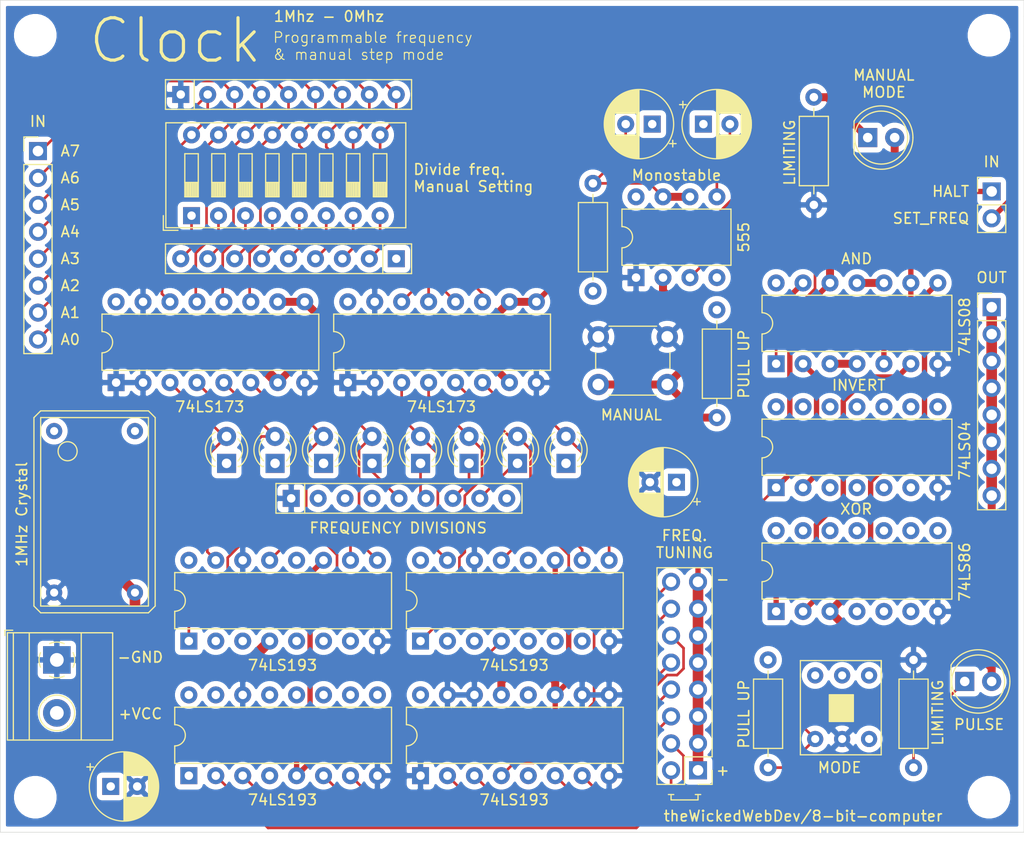
<source format=kicad_pcb>
(kicad_pcb (version 20171130) (host pcbnew "(5.1.9-0-10_14)")
  (layers (0 F.Cu signal) (1 In1.Cu signal) (2 In2.Cu signal) (31 B.Cu signal hide) (34 B.Paste user) (35 F.Paste user) (36 B.SilkS user) (37 F.SilkS user) (38 B.Mask user) (39 F.Mask user) (44 Edge.Cuts user))
  (net 0 "")
  (net 1 "Net-(U1-Pad1)")
  (net 2 +5V)
  (net 3 GND)
  (net 4 "Net-(U2-Pad7)")
  (net 5 "Net-(U2-Pad13)")
  (net 6 "Net-(U2-Pad6)")
  (net 7 "Net-(U2-Pad12)")
  (net 8 "Net-(U2-Pad11)")
  (net 9 "Net-(U2-Pad3)")
  (net 10 "Net-(U2-Pad2)")
  (net 11 "Net-(U4-Pad7)")
  (net 12 "Net-(U4-Pad6)")
  (net 13 "Net-(U4-Pad12)")
  (net 14 "Net-(U4-Pad3)")
  (net 15 "Net-(U4-Pad2)")
  (net 16 "Net-(U5-Pad12)")
  (net 17 "Net-(U6-Pad12)")
  (net 18 "Net-(C1-Pad2)")
  (net 19 "Net-(C2-Pad2)")
  (net 20 "Net-(R1-Pad2)")
  (net 21 "Net-(U7-Pad3)")
  (net 22 /CLOCK_OUT)
  (net 23 "Net-(D1-Pad1)")
  (net 24 "Net-(SW2-Pad1)")
  (net 25 "Net-(U8-Pad2)")
  (net 26 "Net-(U10-Pad1)")
  (net 27 /HALT)
  (net 28 "Net-(U9-Pad10)")
  (net 29 "Net-(U9-Pad3)")
  (net 30 "Net-(U10-Pad2)")
  (net 31 "Net-(SW2-Pad4)")
  (net 32 "Net-(SW2-Pad3)")
  (net 33 "Net-(SW2-Pad5)")
  (net 34 "Net-(D2-Pad2)")
  (net 35 "Net-(D2-Pad1)")
  (net 36 /A0)
  (net 37 /A1)
  (net 38 /A2)
  (net 39 "Net-(D3-Pad1)")
  (net 40 /A3)
  (net 41 "Net-(D4-Pad1)")
  (net 42 /A4)
  (net 43 "Net-(D5-Pad1)")
  (net 44 /A5)
  (net 45 "Net-(D6-Pad1)")
  (net 46 /A6)
  (net 47 "Net-(D7-Pad1)")
  (net 48 /A7)
  (net 49 "Net-(D8-Pad1)")
  (net 50 "Net-(J2-Pad8)")
  (net 51 "Net-(J2-Pad7)")
  (net 52 "Net-(J2-Pad6)")
  (net 53 "Net-(J2-Pad5)")
  (net 54 "Net-(J2-Pad4)")
  (net 55 "Net-(J2-Pad3)")
  (net 56 "Net-(J2-Pad2)")
  (net 57 "Net-(J2-Pad1)")
  (net 58 "Net-(RN2-Pad9)")
  (net 59 "Net-(RN2-Pad8)")
  (net 60 "Net-(RN2-Pad7)")
  (net 61 "Net-(RN2-Pad6)")
  (net 62 "Net-(RN2-Pad5)")
  (net 63 "Net-(RN2-Pad4)")
  (net 64 "Net-(RN2-Pad3)")
  (net 65 "Net-(RN2-Pad2)")
  (net 66 /1MHz_Pulse)
  (net 67 /SET_SPEED)
  (net 68 "Net-(U4-Pad13)")
  (net 69 "Net-(U6-Pad15)")
  (net 70 "Net-(U6-Pad13)")
  (net 71 "Net-(U6-Pad10)")
  (net 72 "Net-(U6-Pad9)")
  (net 73 "Net-(U6-Pad1)")
  (net 74 "Net-(D54-Pad1)")
  (net 75 "Net-(D55-Pad1)")
  (net 76 "Net-(J34-Pad8)")
  (net 77 "Net-(J34-Pad6)")
  (net 78 "Net-(J34-Pad4)")
  (net 79 "Net-(J34-Pad2)")
  (net 80 "Net-(J34-Pad1)")
  (net 81 "Net-(J34-Pad16)")
  (net 82 "Net-(J34-Pad14)")
  (net 83 "Net-(J34-Pad12)")
  (net 84 "Net-(J34-Pad10)")
  (module MountingHole:MountingHole_3mm (layer F.Cu) (at 66.802 99.06)
    (fp_text reference REF** hide)
    (fp_text value MountingHole_3mm hide)
    (pad 1 np_thru_hole circle (at 0 0) (size 3 3) (drill 3) (layers *.Cu *.Mask))
  )
  (module MountingHole:MountingHole_3mm (layer F.Cu) (at 66.802 27.178)
    (fp_text reference REF** hide)
    (fp_text value MountingHole_3mm hide)
    (pad 1 np_thru_hole circle (at 0 0) (size 3 3) (drill 3) (layers *.Cu *.Mask))
  )
  (module MountingHole:MountingHole_3mm (layer F.Cu) (at 156.718 27.178)
    (fp_text reference REF** hide)
    (fp_text value MountingHole_3mm hide)
    (pad 1 np_thru_hole circle (at 0 0) (size 3 3) (drill 3) (layers *.Cu *.Mask))
  )
  (module MountingHole:MountingHole_3mm (layer F.Cu) (at 156.718 99.06)
    (fp_text reference REF** hide)
    (fp_text value MountingHole_3mm hide)
    (pad 1 np_thru_hole circle (at 0 0) (size 3 3) (drill 3) (layers *.Cu *.Mask))
  )
  (module Capacitor_THT:CP_Radial_D6.3mm_P2.50mm (layer F.Cu) (at 73.914 98.044)
    (fp_text reference C4 hide)
    (fp_text value CP1)
    (pad 2 thru_hole circle (at 2.5 0) (size 1.6 1.6) (drill 0.8) (layers *.Cu *.Mask) (net 3 GND))
    (pad 1 thru_hole rect (at 0 0) (size 1.6 1.6) (drill 0.8) (layers *.Cu *.Mask) (net 2 +5V))
  )
  (module Capacitor_THT:CP_Radial_D6.3mm_P2.50mm (layer F.Cu) (at 127.254 69.342 180)
    (fp_text reference C3 hide)
    (fp_text value CP1)
    (pad 2 thru_hole circle (at 2.5 0 180) (size 1.6 1.6) (drill 0.8) (layers *.Cu *.Mask) (net 3 GND))
    (pad 1 thru_hole rect (at 0 0 180) (size 1.6 1.6) (drill 0.8) (layers *.Cu *.Mask) (net 2 +5V))
  )
  (module Package_DIP:DIP-16_W7.62mm (layer F.Cu) (at 96.266 59.944 90)
    (fp_text reference U11 hide)
    (fp_text value 74LS173 hide)
    (pad 16 thru_hole oval (at 7.62 0 90) (size 1.6 1.6) (drill 0.8) (layers *.Cu *.Mask) (net 2 +5V))
    (pad 8 thru_hole oval (at 0 17.78 90) (size 1.6 1.6) (drill 0.8) (layers *.Cu *.Mask) (net 3 GND))
    (pad 15 thru_hole oval (at 7.62 2.54 90) (size 1.6 1.6) (drill 0.8) (layers *.Cu *.Mask) (net 3 GND))
    (pad 7 thru_hole oval (at 0 15.24 90) (size 1.6 1.6) (drill 0.8) (layers *.Cu *.Mask) (net 66 /1MHz_Pulse))
    (pad 14 thru_hole oval (at 7.62 5.08 90) (size 1.6 1.6) (drill 0.8) (layers *.Cu *.Mask) (net 54 "Net-(J2-Pad4)"))
    (pad 6 thru_hole oval (at 0 12.7 90) (size 1.6 1.6) (drill 0.8) (layers *.Cu *.Mask) (net 48 /A7))
    (pad 13 thru_hole oval (at 7.62 7.62 90) (size 1.6 1.6) (drill 0.8) (layers *.Cu *.Mask) (net 55 "Net-(J2-Pad3)"))
    (pad 5 thru_hole oval (at 0 10.16 90) (size 1.6 1.6) (drill 0.8) (layers *.Cu *.Mask) (net 46 /A6))
    (pad 12 thru_hole oval (at 7.62 10.16 90) (size 1.6 1.6) (drill 0.8) (layers *.Cu *.Mask) (net 56 "Net-(J2-Pad2)"))
    (pad 4 thru_hole oval (at 0 7.62 90) (size 1.6 1.6) (drill 0.8) (layers *.Cu *.Mask) (net 44 /A5))
    (pad 11 thru_hole oval (at 7.62 12.7 90) (size 1.6 1.6) (drill 0.8) (layers *.Cu *.Mask) (net 57 "Net-(J2-Pad1)"))
    (pad 3 thru_hole oval (at 0 5.08 90) (size 1.6 1.6) (drill 0.8) (layers *.Cu *.Mask) (net 42 /A4))
    (pad 10 thru_hole oval (at 7.62 15.24 90) (size 1.6 1.6) (drill 0.8) (layers *.Cu *.Mask) (net 67 /SET_SPEED))
    (pad 2 thru_hole oval (at 0 2.54 90) (size 1.6 1.6) (drill 0.8) (layers *.Cu *.Mask) (net 3 GND))
    (pad 9 thru_hole oval (at 7.62 17.78 90) (size 1.6 1.6) (drill 0.8) (layers *.Cu *.Mask) (net 67 /SET_SPEED))
    (pad 1 thru_hole rect (at 0 0 90) (size 1.6 1.6) (drill 0.8) (layers *.Cu *.Mask) (net 3 GND))
  )
  (module Package_DIP:DIP-14_W7.62mm (layer F.Cu) (at 136.652 81.534 90)
    (fp_text reference U10 hide)
    (fp_text value 74LS86 hide)
    (pad 14 thru_hole oval (at 7.62 0 90) (size 1.6 1.6) (drill 0.8) (layers *.Cu *.Mask) (net 2 +5V))
    (pad 7 thru_hole oval (at 0 15.24 90) (size 1.6 1.6) (drill 0.8) (layers *.Cu *.Mask) (net 3 GND))
    (pad 13 thru_hole oval (at 7.62 2.54 90) (size 1.6 1.6) (drill 0.8) (layers *.Cu *.Mask))
    (pad 6 thru_hole oval (at 0 12.7 90) (size 1.6 1.6) (drill 0.8) (layers *.Cu *.Mask))
    (pad 12 thru_hole oval (at 7.62 5.08 90) (size 1.6 1.6) (drill 0.8) (layers *.Cu *.Mask))
    (pad 5 thru_hole oval (at 0 10.16 90) (size 1.6 1.6) (drill 0.8) (layers *.Cu *.Mask))
    (pad 11 thru_hole oval (at 7.62 7.62 90) (size 1.6 1.6) (drill 0.8) (layers *.Cu *.Mask))
    (pad 4 thru_hole oval (at 0 7.62 90) (size 1.6 1.6) (drill 0.8) (layers *.Cu *.Mask))
    (pad 10 thru_hole oval (at 7.62 10.16 90) (size 1.6 1.6) (drill 0.8) (layers *.Cu *.Mask))
    (pad 3 thru_hole oval (at 0 5.08 90) (size 1.6 1.6) (drill 0.8) (layers *.Cu *.Mask) (net 22 /CLOCK_OUT))
    (pad 9 thru_hole oval (at 7.62 12.7 90) (size 1.6 1.6) (drill 0.8) (layers *.Cu *.Mask))
    (pad 2 thru_hole oval (at 0 2.54 90) (size 1.6 1.6) (drill 0.8) (layers *.Cu *.Mask) (net 30 "Net-(U10-Pad2)"))
    (pad 8 thru_hole oval (at 7.62 15.24 90) (size 1.6 1.6) (drill 0.8) (layers *.Cu *.Mask))
    (pad 1 thru_hole rect (at 0 0 90) (size 1.6 1.6) (drill 0.8) (layers *.Cu *.Mask) (net 26 "Net-(U10-Pad1)"))
  )
  (module Package_DIP:DIP-14_W7.62mm (layer F.Cu) (at 136.652 58.166 90)
    (fp_text reference U9 hide)
    (fp_text value 74LS08 hide)
    (pad 14 thru_hole oval (at 7.62 0 90) (size 1.6 1.6) (drill 0.8) (layers *.Cu *.Mask) (net 2 +5V))
    (pad 7 thru_hole oval (at 0 15.24 90) (size 1.6 1.6) (drill 0.8) (layers *.Cu *.Mask) (net 3 GND))
    (pad 13 thru_hole oval (at 7.62 2.54 90) (size 1.6 1.6) (drill 0.8) (layers *.Cu *.Mask) (net 80 "Net-(J34-Pad1)"))
    (pad 6 thru_hole oval (at 0 12.7 90) (size 1.6 1.6) (drill 0.8) (layers *.Cu *.Mask) (net 26 "Net-(U10-Pad1)"))
    (pad 12 thru_hole oval (at 7.62 5.08 90) (size 1.6 1.6) (drill 0.8) (layers *.Cu *.Mask) (net 34 "Net-(D2-Pad2)"))
    (pad 5 thru_hole oval (at 0 10.16 90) (size 1.6 1.6) (drill 0.8) (layers *.Cu *.Mask) (net 27 /HALT))
    (pad 11 thru_hole oval (at 7.62 7.62 90) (size 1.6 1.6) (drill 0.8) (layers *.Cu *.Mask) (net 28 "Net-(U9-Pad10)"))
    (pad 4 thru_hole oval (at 0 7.62 90) (size 1.6 1.6) (drill 0.8) (layers *.Cu *.Mask) (net 29 "Net-(U9-Pad3)"))
    (pad 10 thru_hole oval (at 7.62 10.16 90) (size 1.6 1.6) (drill 0.8) (layers *.Cu *.Mask) (net 28 "Net-(U9-Pad10)"))
    (pad 3 thru_hole oval (at 0 5.08 90) (size 1.6 1.6) (drill 0.8) (layers *.Cu *.Mask) (net 29 "Net-(U9-Pad3)"))
    (pad 9 thru_hole oval (at 7.62 12.7 90) (size 1.6 1.6) (drill 0.8) (layers *.Cu *.Mask) (net 27 /HALT))
    (pad 2 thru_hole oval (at 0 2.54 90) (size 1.6 1.6) (drill 0.8) (layers *.Cu *.Mask) (net 25 "Net-(U8-Pad2)"))
    (pad 8 thru_hole oval (at 7.62 15.24 90) (size 1.6 1.6) (drill 0.8) (layers *.Cu *.Mask) (net 30 "Net-(U10-Pad2)"))
    (pad 1 thru_hole rect (at 0 0 90) (size 1.6 1.6) (drill 0.8) (layers *.Cu *.Mask) (net 21 "Net-(U7-Pad3)"))
  )
  (module Package_DIP:DIP-14_W7.62mm (layer F.Cu) (at 136.652 69.85 90)
    (fp_text reference U8 hide)
    (fp_text value 74LS04 hide)
    (pad 14 thru_hole oval (at 7.62 0 90) (size 1.6 1.6) (drill 0.8) (layers *.Cu *.Mask) (net 2 +5V))
    (pad 7 thru_hole oval (at 0 15.24 90) (size 1.6 1.6) (drill 0.8) (layers *.Cu *.Mask) (net 3 GND))
    (pad 13 thru_hole oval (at 7.62 2.54 90) (size 1.6 1.6) (drill 0.8) (layers *.Cu *.Mask))
    (pad 6 thru_hole oval (at 0 12.7 90) (size 1.6 1.6) (drill 0.8) (layers *.Cu *.Mask))
    (pad 12 thru_hole oval (at 7.62 5.08 90) (size 1.6 1.6) (drill 0.8) (layers *.Cu *.Mask))
    (pad 5 thru_hole oval (at 0 10.16 90) (size 1.6 1.6) (drill 0.8) (layers *.Cu *.Mask))
    (pad 11 thru_hole oval (at 7.62 7.62 90) (size 1.6 1.6) (drill 0.8) (layers *.Cu *.Mask))
    (pad 4 thru_hole oval (at 0 7.62 90) (size 1.6 1.6) (drill 0.8) (layers *.Cu *.Mask))
    (pad 10 thru_hole oval (at 7.62 10.16 90) (size 1.6 1.6) (drill 0.8) (layers *.Cu *.Mask))
    (pad 3 thru_hole oval (at 0 5.08 90) (size 1.6 1.6) (drill 0.8) (layers *.Cu *.Mask))
    (pad 9 thru_hole oval (at 7.62 12.7 90) (size 1.6 1.6) (drill 0.8) (layers *.Cu *.Mask))
    (pad 2 thru_hole oval (at 0 2.54 90) (size 1.6 1.6) (drill 0.8) (layers *.Cu *.Mask) (net 25 "Net-(U8-Pad2)"))
    (pad 8 thru_hole oval (at 7.62 15.24 90) (size 1.6 1.6) (drill 0.8) (layers *.Cu *.Mask))
    (pad 1 thru_hole rect (at 0 0 90) (size 1.6 1.6) (drill 0.8) (layers *.Cu *.Mask) (net 34 "Net-(D2-Pad2)"))
  )
  (module Package_DIP:DIP-8_W7.62mm (layer F.Cu) (at 123.444 50.038 90)
    (fp_text reference U7 hide)
    (fp_text value LM555xN hide)
    (pad 8 thru_hole oval (at 7.62 0 90) (size 1.6 1.6) (drill 0.8) (layers *.Cu *.Mask) (net 2 +5V))
    (pad 4 thru_hole oval (at 0 7.62 90) (size 1.6 1.6) (drill 0.8) (layers *.Cu *.Mask) (net 2 +5V))
    (pad 7 thru_hole oval (at 7.62 2.54 90) (size 1.6 1.6) (drill 0.8) (layers *.Cu *.Mask) (net 19 "Net-(C2-Pad2)"))
    (pad 3 thru_hole oval (at 0 5.08 90) (size 1.6 1.6) (drill 0.8) (layers *.Cu *.Mask) (net 21 "Net-(U7-Pad3)"))
    (pad 6 thru_hole oval (at 7.62 5.08 90) (size 1.6 1.6) (drill 0.8) (layers *.Cu *.Mask) (net 19 "Net-(C2-Pad2)"))
    (pad 2 thru_hole oval (at 0 2.54 90) (size 1.6 1.6) (drill 0.8) (layers *.Cu *.Mask) (net 20 "Net-(R1-Pad2)"))
    (pad 5 thru_hole oval (at 7.62 7.62 90) (size 1.6 1.6) (drill 0.8) (layers *.Cu *.Mask) (net 18 "Net-(C1-Pad2)"))
    (pad 1 thru_hole rect (at 0 0 90) (size 1.6 1.6) (drill 0.8) (layers *.Cu *.Mask) (net 3 GND))
  )
  (module Package_DIP:DIP-16_W7.62mm (layer F.Cu) (at 81.28 97.028 90)
    (fp_text reference U6 hide)
    (fp_text value 74LS193 hide)
    (pad 16 thru_hole oval (at 7.62 0 90) (size 1.6 1.6) (drill 0.8) (layers *.Cu *.Mask) (net 2 +5V))
    (pad 8 thru_hole oval (at 0 17.78 90) (size 1.6 1.6) (drill 0.8) (layers *.Cu *.Mask) (net 3 GND))
    (pad 15 thru_hole oval (at 7.62 2.54 90) (size 1.6 1.6) (drill 0.8) (layers *.Cu *.Mask) (net 69 "Net-(U6-Pad15)"))
    (pad 7 thru_hole oval (at 0 15.24 90) (size 1.6 1.6) (drill 0.8) (layers *.Cu *.Mask) (net 76 "Net-(J34-Pad8)"))
    (pad 14 thru_hole oval (at 7.62 5.08 90) (size 1.6 1.6) (drill 0.8) (layers *.Cu *.Mask) (net 3 GND))
    (pad 6 thru_hole oval (at 0 12.7 90) (size 1.6 1.6) (drill 0.8) (layers *.Cu *.Mask) (net 77 "Net-(J34-Pad6)"))
    (pad 13 thru_hole oval (at 7.62 7.62 90) (size 1.6 1.6) (drill 0.8) (layers *.Cu *.Mask) (net 70 "Net-(U6-Pad13)"))
    (pad 5 thru_hole oval (at 0 10.16 90) (size 1.6 1.6) (drill 0.8) (layers *.Cu *.Mask) (net 8 "Net-(U2-Pad11)"))
    (pad 12 thru_hole oval (at 7.62 10.16 90) (size 1.6 1.6) (drill 0.8) (layers *.Cu *.Mask) (net 17 "Net-(U6-Pad12)"))
    (pad 4 thru_hole oval (at 0 7.62 90) (size 1.6 1.6) (drill 0.8) (layers *.Cu *.Mask) (net 2 +5V))
    (pad 11 thru_hole oval (at 7.62 12.7 90) (size 1.6 1.6) (drill 0.8) (layers *.Cu *.Mask) (net 2 +5V))
    (pad 3 thru_hole oval (at 0 5.08 90) (size 1.6 1.6) (drill 0.8) (layers *.Cu *.Mask) (net 79 "Net-(J34-Pad2)"))
    (pad 10 thru_hole oval (at 7.62 15.24 90) (size 1.6 1.6) (drill 0.8) (layers *.Cu *.Mask) (net 71 "Net-(U6-Pad10)"))
    (pad 2 thru_hole oval (at 0 2.54 90) (size 1.6 1.6) (drill 0.8) (layers *.Cu *.Mask) (net 78 "Net-(J34-Pad4)"))
    (pad 9 thru_hole oval (at 7.62 17.78 90) (size 1.6 1.6) (drill 0.8) (layers *.Cu *.Mask) (net 72 "Net-(U6-Pad9)"))
    (pad 1 thru_hole rect (at 0 0 90) (size 1.6 1.6) (drill 0.8) (layers *.Cu *.Mask) (net 73 "Net-(U6-Pad1)"))
  )
  (module Package_DIP:DIP-16_W7.62mm (layer F.Cu) (at 103.124 97.028 90)
    (fp_text reference U5 hide)
    (fp_text value 74LS193 hide)
    (pad 16 thru_hole oval (at 7.62 0 90) (size 1.6 1.6) (drill 0.8) (layers *.Cu *.Mask) (net 2 +5V))
    (pad 8 thru_hole oval (at 0 17.78 90) (size 1.6 1.6) (drill 0.8) (layers *.Cu *.Mask) (net 3 GND))
    (pad 15 thru_hole oval (at 7.62 2.54 90) (size 1.6 1.6) (drill 0.8) (layers *.Cu *.Mask) (net 3 GND))
    (pad 7 thru_hole oval (at 0 15.24 90) (size 1.6 1.6) (drill 0.8) (layers *.Cu *.Mask) (net 81 "Net-(J34-Pad16)"))
    (pad 14 thru_hole oval (at 7.62 5.08 90) (size 1.6 1.6) (drill 0.8) (layers *.Cu *.Mask) (net 3 GND))
    (pad 6 thru_hole oval (at 0 12.7 90) (size 1.6 1.6) (drill 0.8) (layers *.Cu *.Mask) (net 82 "Net-(J34-Pad14)"))
    (pad 13 thru_hole oval (at 7.62 7.62 90) (size 1.6 1.6) (drill 0.8) (layers *.Cu *.Mask) (net 8 "Net-(U2-Pad11)"))
    (pad 5 thru_hole oval (at 0 10.16 90) (size 1.6 1.6) (drill 0.8) (layers *.Cu *.Mask) (net 2 +5V))
    (pad 12 thru_hole oval (at 7.62 10.16 90) (size 1.6 1.6) (drill 0.8) (layers *.Cu *.Mask) (net 16 "Net-(U5-Pad12)"))
    (pad 4 thru_hole oval (at 0 7.62 90) (size 1.6 1.6) (drill 0.8) (layers *.Cu *.Mask) (net 68 "Net-(U4-Pad13)"))
    (pad 11 thru_hole oval (at 7.62 12.7 90) (size 1.6 1.6) (drill 0.8) (layers *.Cu *.Mask) (net 8 "Net-(U2-Pad11)"))
    (pad 3 thru_hole oval (at 0 5.08 90) (size 1.6 1.6) (drill 0.8) (layers *.Cu *.Mask) (net 84 "Net-(J34-Pad10)"))
    (pad 10 thru_hole oval (at 7.62 15.24 90) (size 1.6 1.6) (drill 0.8) (layers *.Cu *.Mask) (net 3 GND))
    (pad 2 thru_hole oval (at 0 2.54 90) (size 1.6 1.6) (drill 0.8) (layers *.Cu *.Mask) (net 83 "Net-(J34-Pad12)"))
    (pad 9 thru_hole oval (at 7.62 17.78 90) (size 1.6 1.6) (drill 0.8) (layers *.Cu *.Mask) (net 3 GND))
    (pad 1 thru_hole rect (at 0 0 90) (size 1.6 1.6) (drill 0.8) (layers *.Cu *.Mask) (net 3 GND))
  )
  (module Package_DIP:DIP-16_W7.62mm (layer F.Cu) (at 103.124 84.328 90)
    (fp_text reference U4 hide)
    (fp_text value 74LS193)
    (pad 16 thru_hole oval (at 7.62 0 90) (size 1.6 1.6) (drill 0.8) (layers *.Cu *.Mask) (net 2 +5V))
    (pad 8 thru_hole oval (at 0 17.78 90) (size 1.6 1.6) (drill 0.8) (layers *.Cu *.Mask) (net 3 GND))
    (pad 15 thru_hole oval (at 7.62 2.54 90) (size 1.6 1.6) (drill 0.8) (layers *.Cu *.Mask) (net 42 /A4))
    (pad 7 thru_hole oval (at 0 15.24 90) (size 1.6 1.6) (drill 0.8) (layers *.Cu *.Mask) (net 11 "Net-(U4-Pad7)"))
    (pad 14 thru_hole oval (at 7.62 5.08 90) (size 1.6 1.6) (drill 0.8) (layers *.Cu *.Mask) (net 3 GND))
    (pad 6 thru_hole oval (at 0 12.7 90) (size 1.6 1.6) (drill 0.8) (layers *.Cu *.Mask) (net 12 "Net-(U4-Pad6)"))
    (pad 13 thru_hole oval (at 7.62 7.62 90) (size 1.6 1.6) (drill 0.8) (layers *.Cu *.Mask) (net 68 "Net-(U4-Pad13)"))
    (pad 5 thru_hole oval (at 0 10.16 90) (size 1.6 1.6) (drill 0.8) (layers *.Cu *.Mask) (net 2 +5V))
    (pad 12 thru_hole oval (at 7.62 10.16 90) (size 1.6 1.6) (drill 0.8) (layers *.Cu *.Mask) (net 13 "Net-(U4-Pad12)"))
    (pad 4 thru_hole oval (at 0 7.62 90) (size 1.6 1.6) (drill 0.8) (layers *.Cu *.Mask) (net 5 "Net-(U2-Pad13)"))
    (pad 11 thru_hole oval (at 7.62 12.7 90) (size 1.6 1.6) (drill 0.8) (layers *.Cu *.Mask) (net 8 "Net-(U2-Pad11)"))
    (pad 3 thru_hole oval (at 0 5.08 90) (size 1.6 1.6) (drill 0.8) (layers *.Cu *.Mask) (net 14 "Net-(U4-Pad3)"))
    (pad 10 thru_hole oval (at 7.62 15.24 90) (size 1.6 1.6) (drill 0.8) (layers *.Cu *.Mask) (net 46 /A6))
    (pad 2 thru_hole oval (at 0 2.54 90) (size 1.6 1.6) (drill 0.8) (layers *.Cu *.Mask) (net 15 "Net-(U4-Pad2)"))
    (pad 9 thru_hole oval (at 7.62 17.78 90) (size 1.6 1.6) (drill 0.8) (layers *.Cu *.Mask) (net 48 /A7))
    (pad 1 thru_hole rect (at 0 0 90) (size 1.6 1.6) (drill 0.8) (layers *.Cu *.Mask) (net 44 /A5))
  )
  (module Package_DIP:DIP-16_W7.62mm (layer F.Cu) (at 74.422 59.944 90)
    (fp_text reference U3 hide)
    (fp_text value 74LS173 hide)
    (pad 16 thru_hole oval (at 7.62 0 90) (size 1.6 1.6) (drill 0.8) (layers *.Cu *.Mask) (net 2 +5V))
    (pad 8 thru_hole oval (at 0 17.78 90) (size 1.6 1.6) (drill 0.8) (layers *.Cu *.Mask) (net 3 GND))
    (pad 15 thru_hole oval (at 7.62 2.54 90) (size 1.6 1.6) (drill 0.8) (layers *.Cu *.Mask) (net 3 GND))
    (pad 7 thru_hole oval (at 0 15.24 90) (size 1.6 1.6) (drill 0.8) (layers *.Cu *.Mask) (net 66 /1MHz_Pulse))
    (pad 14 thru_hole oval (at 7.62 5.08 90) (size 1.6 1.6) (drill 0.8) (layers *.Cu *.Mask) (net 50 "Net-(J2-Pad8)"))
    (pad 6 thru_hole oval (at 0 12.7 90) (size 1.6 1.6) (drill 0.8) (layers *.Cu *.Mask) (net 40 /A3))
    (pad 13 thru_hole oval (at 7.62 7.62 90) (size 1.6 1.6) (drill 0.8) (layers *.Cu *.Mask) (net 51 "Net-(J2-Pad7)"))
    (pad 5 thru_hole oval (at 0 10.16 90) (size 1.6 1.6) (drill 0.8) (layers *.Cu *.Mask) (net 38 /A2))
    (pad 12 thru_hole oval (at 7.62 10.16 90) (size 1.6 1.6) (drill 0.8) (layers *.Cu *.Mask) (net 52 "Net-(J2-Pad6)"))
    (pad 4 thru_hole oval (at 0 7.62 90) (size 1.6 1.6) (drill 0.8) (layers *.Cu *.Mask) (net 37 /A1))
    (pad 11 thru_hole oval (at 7.62 12.7 90) (size 1.6 1.6) (drill 0.8) (layers *.Cu *.Mask) (net 53 "Net-(J2-Pad5)"))
    (pad 3 thru_hole oval (at 0 5.08 90) (size 1.6 1.6) (drill 0.8) (layers *.Cu *.Mask) (net 36 /A0))
    (pad 10 thru_hole oval (at 7.62 15.24 90) (size 1.6 1.6) (drill 0.8) (layers *.Cu *.Mask) (net 67 /SET_SPEED))
    (pad 2 thru_hole oval (at 0 2.54 90) (size 1.6 1.6) (drill 0.8) (layers *.Cu *.Mask) (net 3 GND))
    (pad 9 thru_hole oval (at 7.62 17.78 90) (size 1.6 1.6) (drill 0.8) (layers *.Cu *.Mask) (net 67 /SET_SPEED))
    (pad 1 thru_hole rect (at 0 0 90) (size 1.6 1.6) (drill 0.8) (layers *.Cu *.Mask) (net 3 GND))
  )
  (module Package_DIP:DIP-16_W7.62mm (layer F.Cu) (at 81.28 84.328 90)
    (fp_text reference U2 hide)
    (fp_text value 74LS193)
    (pad 16 thru_hole oval (at 7.62 0 90) (size 1.6 1.6) (drill 0.8) (layers *.Cu *.Mask) (net 2 +5V))
    (pad 8 thru_hole oval (at 0 17.78 90) (size 1.6 1.6) (drill 0.8) (layers *.Cu *.Mask) (net 3 GND))
    (pad 15 thru_hole oval (at 7.62 2.54 90) (size 1.6 1.6) (drill 0.8) (layers *.Cu *.Mask) (net 36 /A0))
    (pad 7 thru_hole oval (at 0 15.24 90) (size 1.6 1.6) (drill 0.8) (layers *.Cu *.Mask) (net 4 "Net-(U2-Pad7)"))
    (pad 14 thru_hole oval (at 7.62 5.08 90) (size 1.6 1.6) (drill 0.8) (layers *.Cu *.Mask) (net 3 GND))
    (pad 6 thru_hole oval (at 0 12.7 90) (size 1.6 1.6) (drill 0.8) (layers *.Cu *.Mask) (net 6 "Net-(U2-Pad6)"))
    (pad 13 thru_hole oval (at 7.62 7.62 90) (size 1.6 1.6) (drill 0.8) (layers *.Cu *.Mask) (net 5 "Net-(U2-Pad13)"))
    (pad 5 thru_hole oval (at 0 10.16 90) (size 1.6 1.6) (drill 0.8) (layers *.Cu *.Mask) (net 2 +5V))
    (pad 12 thru_hole oval (at 7.62 10.16 90) (size 1.6 1.6) (drill 0.8) (layers *.Cu *.Mask) (net 7 "Net-(U2-Pad12)"))
    (pad 4 thru_hole oval (at 0 7.62 90) (size 1.6 1.6) (drill 0.8) (layers *.Cu *.Mask) (net 66 /1MHz_Pulse))
    (pad 11 thru_hole oval (at 7.62 12.7 90) (size 1.6 1.6) (drill 0.8) (layers *.Cu *.Mask) (net 8 "Net-(U2-Pad11)"))
    (pad 3 thru_hole oval (at 0 5.08 90) (size 1.6 1.6) (drill 0.8) (layers *.Cu *.Mask) (net 9 "Net-(U2-Pad3)"))
    (pad 10 thru_hole oval (at 7.62 15.24 90) (size 1.6 1.6) (drill 0.8) (layers *.Cu *.Mask) (net 38 /A2))
    (pad 2 thru_hole oval (at 0 2.54 90) (size 1.6 1.6) (drill 0.8) (layers *.Cu *.Mask) (net 10 "Net-(U2-Pad2)"))
    (pad 9 thru_hole oval (at 7.62 17.78 90) (size 1.6 1.6) (drill 0.8) (layers *.Cu *.Mask) (net 40 /A3))
    (pad 1 thru_hole rect (at 0 0 90) (size 1.6 1.6) (drill 0.8) (layers *.Cu *.Mask) (net 37 /A1))
  )
  (module "8-bit-diy-computer:full_can _1mhz_crystal" (layer F.Cu) (at 76.2 64.516 270)
    (fp_text reference U1 hide)
    (fp_text value 4-pin-crystal-1mhz hide)
    (pad 8 thru_hole circle (at 15.24 0) (size 1.524 1.524) (drill 0.762) (layers *.Cu *.Mask) (net 66 /1MHz_Pulse))
    (pad 7 thru_hole circle (at 15.24 7.62) (size 1.524 1.524) (drill 0.762) (layers *.Cu *.Mask) (net 3 GND))
    (pad 14 thru_hole circle (at 0 0) (size 1.524 1.524) (drill 0.762) (layers *.Cu *.Mask) (net 2 +5V))
    (pad 1 thru_hole circle (at 0 7.62) (size 1.524 1.524) (drill 0.762) (layers *.Cu *.Mask) (net 1 "Net-(U1-Pad1)"))
  )
  (module Button_Switch_THT:SW_DIP_SPSTx08_Slide_9.78x22.5mm_W7.62mm_P2.54mm (layer F.Cu) (at 81.534 44.196 90)
    (fp_text reference SW13 hide)
    (fp_text value SW_DIP_x08 hide)
    (pad 16 thru_hole oval (at 7.62 0 90) (size 1.6 1.6) (drill 0.8) (layers *.Cu *.Mask) (net 50 "Net-(J2-Pad8)"))
    (pad 8 thru_hole oval (at 0 17.78 90) (size 1.6 1.6) (drill 0.8) (layers *.Cu *.Mask) (net 65 "Net-(RN2-Pad2)"))
    (pad 15 thru_hole oval (at 7.62 2.54 90) (size 1.6 1.6) (drill 0.8) (layers *.Cu *.Mask) (net 51 "Net-(J2-Pad7)"))
    (pad 7 thru_hole oval (at 0 15.24 90) (size 1.6 1.6) (drill 0.8) (layers *.Cu *.Mask) (net 64 "Net-(RN2-Pad3)"))
    (pad 14 thru_hole oval (at 7.62 5.08 90) (size 1.6 1.6) (drill 0.8) (layers *.Cu *.Mask) (net 52 "Net-(J2-Pad6)"))
    (pad 6 thru_hole oval (at 0 12.7 90) (size 1.6 1.6) (drill 0.8) (layers *.Cu *.Mask) (net 63 "Net-(RN2-Pad4)"))
    (pad 13 thru_hole oval (at 7.62 7.62 90) (size 1.6 1.6) (drill 0.8) (layers *.Cu *.Mask) (net 53 "Net-(J2-Pad5)"))
    (pad 5 thru_hole oval (at 0 10.16 90) (size 1.6 1.6) (drill 0.8) (layers *.Cu *.Mask) (net 62 "Net-(RN2-Pad5)"))
    (pad 12 thru_hole oval (at 7.62 10.16 90) (size 1.6 1.6) (drill 0.8) (layers *.Cu *.Mask) (net 54 "Net-(J2-Pad4)"))
    (pad 4 thru_hole oval (at 0 7.62 90) (size 1.6 1.6) (drill 0.8) (layers *.Cu *.Mask) (net 61 "Net-(RN2-Pad6)"))
    (pad 11 thru_hole oval (at 7.62 12.7 90) (size 1.6 1.6) (drill 0.8) (layers *.Cu *.Mask) (net 55 "Net-(J2-Pad3)"))
    (pad 3 thru_hole oval (at 0 5.08 90) (size 1.6 1.6) (drill 0.8) (layers *.Cu *.Mask) (net 60 "Net-(RN2-Pad7)"))
    (pad 10 thru_hole oval (at 7.62 15.24 90) (size 1.6 1.6) (drill 0.8) (layers *.Cu *.Mask) (net 56 "Net-(J2-Pad2)"))
    (pad 2 thru_hole oval (at 0 2.54 90) (size 1.6 1.6) (drill 0.8) (layers *.Cu *.Mask) (net 59 "Net-(RN2-Pad8)"))
    (pad 9 thru_hole oval (at 7.62 17.78 90) (size 1.6 1.6) (drill 0.8) (layers *.Cu *.Mask) (net 57 "Net-(J2-Pad1)"))
    (pad 1 thru_hole rect (at 0 0 90) (size 1.6 1.6) (drill 0.8) (layers *.Cu *.Mask) (net 58 "Net-(RN2-Pad9)"))
  )
  (module 8-bit-diy-computer:dpdt_tht_push_switch (layer F.Cu) (at 143.002 90.424 270)
    (fp_text reference SW2 hide)
    (fp_text value SW_dPDT hide)
    (pad 6 thru_hole circle (at 3.1425 2.667 270) (size 1.524 1.524) (drill 0.762) (layers *.Cu *.Mask) (net 34 "Net-(D2-Pad2)"))
    (pad 4 thru_hole circle (at 3.1425 -2.413 270) (size 1.524 1.524) (drill 0.762) (layers *.Cu *.Mask) (net 31 "Net-(SW2-Pad4)"))
    (pad 2 thru_hole circle (at 3.1425 0.127 270) (size 1.524 1.524) (drill 0.762) (layers *.Cu *.Mask) (net 3 GND))
    (pad 5 thru_hole circle (at -2.8575 2.667 270) (size 1.524 1.524) (drill 0.762) (layers *.Cu *.Mask) (net 33 "Net-(SW2-Pad5)"))
    (pad 1 thru_hole circle (at -2.8575 0.127 270) (size 1.524 1.524) (drill 0.762) (layers *.Cu *.Mask) (net 24 "Net-(SW2-Pad1)"))
    (pad 3 thru_hole circle (at -2.8575 -2.413 270) (size 1.524 1.524) (drill 0.762) (layers *.Cu *.Mask) (net 32 "Net-(SW2-Pad3)"))
  )
  (module Button_Switch_THT:SW_PUSH_6mm (layer F.Cu) (at 119.888 55.626)
    (fp_text reference SW1 hide)
    (fp_text value SW_Push hide)
    (pad 1 thru_hole circle (at 6.5 0 90) (size 2 2) (drill 1.1) (layers *.Cu *.Mask) (net 3 GND))
    (pad 2 thru_hole circle (at 6.5 4.5 90) (size 2 2) (drill 1.1) (layers *.Cu *.Mask) (net 20 "Net-(R1-Pad2)"))
    (pad 1 thru_hole circle (at 0 0 90) (size 2 2) (drill 1.1) (layers *.Cu *.Mask) (net 3 GND))
    (pad 2 thru_hole circle (at 0 4.5 90) (size 2 2) (drill 1.1) (layers *.Cu *.Mask) (net 20 "Net-(R1-Pad2)"))
  )
  (module Resistor_THT:R_Array_SIP9 (layer F.Cu) (at 90.932 70.866)
    (fp_text reference RN3 hide)
    (fp_text value R_Network08_US hide)
    (pad 9 thru_hole oval (at 20.32 0) (size 1.6 1.6) (drill 0.8) (layers *.Cu *.Mask) (net 49 "Net-(D8-Pad1)"))
    (pad 8 thru_hole oval (at 17.78 0) (size 1.6 1.6) (drill 0.8) (layers *.Cu *.Mask) (net 47 "Net-(D7-Pad1)"))
    (pad 7 thru_hole oval (at 15.24 0) (size 1.6 1.6) (drill 0.8) (layers *.Cu *.Mask) (net 45 "Net-(D6-Pad1)"))
    (pad 6 thru_hole oval (at 12.7 0) (size 1.6 1.6) (drill 0.8) (layers *.Cu *.Mask) (net 43 "Net-(D5-Pad1)"))
    (pad 5 thru_hole oval (at 10.16 0) (size 1.6 1.6) (drill 0.8) (layers *.Cu *.Mask) (net 41 "Net-(D4-Pad1)"))
    (pad 4 thru_hole oval (at 7.62 0) (size 1.6 1.6) (drill 0.8) (layers *.Cu *.Mask) (net 39 "Net-(D3-Pad1)"))
    (pad 3 thru_hole oval (at 5.08 0) (size 1.6 1.6) (drill 0.8) (layers *.Cu *.Mask) (net 74 "Net-(D54-Pad1)"))
    (pad 2 thru_hole oval (at 2.54 0) (size 1.6 1.6) (drill 0.8) (layers *.Cu *.Mask) (net 23 "Net-(D1-Pad1)"))
    (pad 1 thru_hole rect (at 0 0) (size 1.6 1.6) (drill 0.8) (layers *.Cu *.Mask) (net 3 GND))
  )
  (module Resistor_THT:R_Array_SIP9 (layer F.Cu) (at 100.838 48.26 180)
    (fp_text reference RN2 hide)
    (fp_text value R_Network08_US)
    (pad 9 thru_hole oval (at 20.32 0 180) (size 1.6 1.6) (drill 0.8) (layers *.Cu *.Mask) (net 58 "Net-(RN2-Pad9)"))
    (pad 8 thru_hole oval (at 17.78 0 180) (size 1.6 1.6) (drill 0.8) (layers *.Cu *.Mask) (net 59 "Net-(RN2-Pad8)"))
    (pad 7 thru_hole oval (at 15.24 0 180) (size 1.6 1.6) (drill 0.8) (layers *.Cu *.Mask) (net 60 "Net-(RN2-Pad7)"))
    (pad 6 thru_hole oval (at 12.7 0 180) (size 1.6 1.6) (drill 0.8) (layers *.Cu *.Mask) (net 61 "Net-(RN2-Pad6)"))
    (pad 5 thru_hole oval (at 10.16 0 180) (size 1.6 1.6) (drill 0.8) (layers *.Cu *.Mask) (net 62 "Net-(RN2-Pad5)"))
    (pad 4 thru_hole oval (at 7.62 0 180) (size 1.6 1.6) (drill 0.8) (layers *.Cu *.Mask) (net 63 "Net-(RN2-Pad4)"))
    (pad 3 thru_hole oval (at 5.08 0 180) (size 1.6 1.6) (drill 0.8) (layers *.Cu *.Mask) (net 64 "Net-(RN2-Pad3)"))
    (pad 2 thru_hole oval (at 2.54 0 180) (size 1.6 1.6) (drill 0.8) (layers *.Cu *.Mask) (net 65 "Net-(RN2-Pad2)"))
    (pad 1 thru_hole rect (at 0 0 180) (size 1.6 1.6) (drill 0.8) (layers *.Cu *.Mask) (net 2 +5V))
  )
  (module Resistor_THT:R_Array_SIP9 (layer F.Cu) (at 80.518 32.766)
    (fp_text reference RN1 hide)
    (fp_text value R_Network08_US hide)
    (pad 9 thru_hole oval (at 20.32 0) (size 1.6 1.6) (drill 0.8) (layers *.Cu *.Mask) (net 57 "Net-(J2-Pad1)"))
    (pad 8 thru_hole oval (at 17.78 0) (size 1.6 1.6) (drill 0.8) (layers *.Cu *.Mask) (net 56 "Net-(J2-Pad2)"))
    (pad 7 thru_hole oval (at 15.24 0) (size 1.6 1.6) (drill 0.8) (layers *.Cu *.Mask) (net 55 "Net-(J2-Pad3)"))
    (pad 6 thru_hole oval (at 12.7 0) (size 1.6 1.6) (drill 0.8) (layers *.Cu *.Mask) (net 54 "Net-(J2-Pad4)"))
    (pad 5 thru_hole oval (at 10.16 0) (size 1.6 1.6) (drill 0.8) (layers *.Cu *.Mask) (net 53 "Net-(J2-Pad5)"))
    (pad 4 thru_hole oval (at 7.62 0) (size 1.6 1.6) (drill 0.8) (layers *.Cu *.Mask) (net 52 "Net-(J2-Pad6)"))
    (pad 3 thru_hole oval (at 5.08 0) (size 1.6 1.6) (drill 0.8) (layers *.Cu *.Mask) (net 51 "Net-(J2-Pad7)"))
    (pad 2 thru_hole oval (at 2.54 0) (size 1.6 1.6) (drill 0.8) (layers *.Cu *.Mask) (net 50 "Net-(J2-Pad8)"))
    (pad 1 thru_hole rect (at 0 0) (size 1.6 1.6) (drill 0.8) (layers *.Cu *.Mask) (net 3 GND))
  )
  (module Resistor_THT:R_Axial_DIN0207_L6.3mm_D2.5mm_P10.16mm_Horizontal (layer F.Cu) (at 140.208 33.02 270)
    (fp_text reference R5 hide)
    (fp_text value R_Small_US hide)
    (pad 2 thru_hole oval (at 10.16 0 270) (size 1.6 1.6) (drill 0.8) (layers *.Cu *.Mask) (net 3 GND))
    (pad 1 thru_hole circle (at 0 0 270) (size 1.6 1.6) (drill 0.8) (layers *.Cu *.Mask) (net 35 "Net-(D2-Pad1)"))
  )
  (module Resistor_THT:R_Axial_DIN0207_L6.3mm_D2.5mm_P10.16mm_Horizontal (layer F.Cu) (at 149.606 96.266 90)
    (fp_text reference R4 hide)
    (fp_text value R_Small_US hide)
    (pad 2 thru_hole oval (at 10.16 0 90) (size 1.6 1.6) (drill 0.8) (layers *.Cu *.Mask) (net 3 GND))
    (pad 1 thru_hole circle (at 0 0 90) (size 1.6 1.6) (drill 0.8) (layers *.Cu *.Mask) (net 75 "Net-(D55-Pad1)"))
  )
  (module Resistor_THT:R_Axial_DIN0207_L6.3mm_D2.5mm_P10.16mm_Horizontal (layer F.Cu) (at 135.89 96.266 90)
    (fp_text reference R3 hide)
    (fp_text value R_Small_US hide)
    (pad 2 thru_hole oval (at 10.16 0 90) (size 1.6 1.6) (drill 0.8) (layers *.Cu *.Mask) (net 2 +5V))
    (pad 1 thru_hole circle (at 0 0 90) (size 1.6 1.6) (drill 0.8) (layers *.Cu *.Mask) (net 34 "Net-(D2-Pad2)"))
  )
  (module Resistor_THT:R_Axial_DIN0207_L6.3mm_D2.5mm_P10.16mm_Horizontal (layer F.Cu) (at 119.38 41.148 270)
    (fp_text reference R2 hide)
    (fp_text value R_Small_US hide)
    (pad 2 thru_hole oval (at 10.16 0 270) (size 1.6 1.6) (drill 0.8) (layers *.Cu *.Mask) (net 2 +5V))
    (pad 1 thru_hole circle (at 0 0 270) (size 1.6 1.6) (drill 0.8) (layers *.Cu *.Mask) (net 19 "Net-(C2-Pad2)"))
  )
  (module Resistor_THT:R_Axial_DIN0207_L6.3mm_D2.5mm_P10.16mm_Horizontal (layer F.Cu) (at 131.064 53.086 270)
    (fp_text reference R1 hide)
    (fp_text value R_Small_US hide)
    (pad 2 thru_hole oval (at 10.16 0 270) (size 1.6 1.6) (drill 0.8) (layers *.Cu *.Mask) (net 20 "Net-(R1-Pad2)"))
    (pad 1 thru_hole circle (at 0 0 270) (size 1.6 1.6) (drill 0.8) (layers *.Cu *.Mask) (net 2 +5V))
  )
  (module Connector_PinHeader_2.54mm:PinHeader_2x08_P2.54mm_Vertical (layer F.Cu) (at 129.286 96.52 180)
    (fp_text reference J34 hide)
    (fp_text value Conn_01x08 hide)
    (pad 16 thru_hole oval (at 2.54 17.78 180) (size 1.7 1.7) (drill 1) (layers *.Cu *.Mask) (net 81 "Net-(J34-Pad16)"))
    (pad 15 thru_hole oval (at 0 17.78 180) (size 1.7 1.7) (drill 1) (layers *.Cu *.Mask) (net 80 "Net-(J34-Pad1)"))
    (pad 14 thru_hole oval (at 2.54 15.24 180) (size 1.7 1.7) (drill 1) (layers *.Cu *.Mask) (net 82 "Net-(J34-Pad14)"))
    (pad 13 thru_hole oval (at 0 15.24 180) (size 1.7 1.7) (drill 1) (layers *.Cu *.Mask) (net 80 "Net-(J34-Pad1)"))
    (pad 12 thru_hole oval (at 2.54 12.7 180) (size 1.7 1.7) (drill 1) (layers *.Cu *.Mask) (net 83 "Net-(J34-Pad12)"))
    (pad 11 thru_hole oval (at 0 12.7 180) (size 1.7 1.7) (drill 1) (layers *.Cu *.Mask) (net 80 "Net-(J34-Pad1)"))
    (pad 10 thru_hole oval (at 2.54 10.16 180) (size 1.7 1.7) (drill 1) (layers *.Cu *.Mask) (net 84 "Net-(J34-Pad10)"))
    (pad 9 thru_hole oval (at 0 10.16 180) (size 1.7 1.7) (drill 1) (layers *.Cu *.Mask) (net 80 "Net-(J34-Pad1)"))
    (pad 8 thru_hole oval (at 2.54 7.62 180) (size 1.7 1.7) (drill 1) (layers *.Cu *.Mask) (net 76 "Net-(J34-Pad8)"))
    (pad 7 thru_hole oval (at 0 7.62 180) (size 1.7 1.7) (drill 1) (layers *.Cu *.Mask) (net 80 "Net-(J34-Pad1)"))
    (pad 6 thru_hole oval (at 2.54 5.08 180) (size 1.7 1.7) (drill 1) (layers *.Cu *.Mask) (net 77 "Net-(J34-Pad6)"))
    (pad 5 thru_hole oval (at 0 5.08 180) (size 1.7 1.7) (drill 1) (layers *.Cu *.Mask) (net 80 "Net-(J34-Pad1)"))
    (pad 4 thru_hole oval (at 2.54 2.54 180) (size 1.7 1.7) (drill 1) (layers *.Cu *.Mask) (net 78 "Net-(J34-Pad4)"))
    (pad 3 thru_hole oval (at 0 2.54 180) (size 1.7 1.7) (drill 1) (layers *.Cu *.Mask) (net 80 "Net-(J34-Pad1)"))
    (pad 2 thru_hole oval (at 2.54 0 180) (size 1.7 1.7) (drill 1) (layers *.Cu *.Mask) (net 79 "Net-(J34-Pad2)"))
    (pad 1 thru_hole rect (at 0 0 180) (size 1.7 1.7) (drill 1) (layers *.Cu *.Mask) (net 80 "Net-(J34-Pad1)"))
  )
  (module Connector_PinHeader_2.54mm:PinHeader_1x08_P2.54mm_Vertical (layer F.Cu) (at 156.972 52.832)
    (fp_text reference J5 hide)
    (fp_text value Conn_01x08 hide)
    (pad 8 thru_hole oval (at 0 17.78) (size 1.7 1.7) (drill 1) (layers *.Cu *.Mask) (net 22 /CLOCK_OUT))
    (pad 7 thru_hole oval (at 0 15.24) (size 1.7 1.7) (drill 1) (layers *.Cu *.Mask) (net 22 /CLOCK_OUT))
    (pad 6 thru_hole oval (at 0 12.7) (size 1.7 1.7) (drill 1) (layers *.Cu *.Mask) (net 22 /CLOCK_OUT))
    (pad 5 thru_hole oval (at 0 10.16) (size 1.7 1.7) (drill 1) (layers *.Cu *.Mask) (net 22 /CLOCK_OUT))
    (pad 4 thru_hole oval (at 0 7.62) (size 1.7 1.7) (drill 1) (layers *.Cu *.Mask) (net 22 /CLOCK_OUT))
    (pad 3 thru_hole oval (at 0 5.08) (size 1.7 1.7) (drill 1) (layers *.Cu *.Mask) (net 22 /CLOCK_OUT))
    (pad 2 thru_hole oval (at 0 2.54) (size 1.7 1.7) (drill 1) (layers *.Cu *.Mask) (net 22 /CLOCK_OUT))
    (pad 1 thru_hole rect (at 0 0) (size 1.7 1.7) (drill 1) (layers *.Cu *.Mask) (net 22 /CLOCK_OUT))
  )
  (module Connector_PinHeader_2.54mm:PinHeader_1x02_P2.54mm_Vertical (layer F.Cu) (at 156.972 41.91)
    (fp_text reference J3 hide)
    (fp_text value Conn_01x02 hide)
    (pad 2 thru_hole oval (at 0 2.54) (size 1.7 1.7) (drill 1) (layers *.Cu *.Mask) (net 67 /SET_SPEED))
    (pad 1 thru_hole rect (at 0 0) (size 1.7 1.7) (drill 1) (layers *.Cu *.Mask) (net 27 /HALT))
  )
  (module Connector_PinHeader_2.54mm:PinHeader_1x08_P2.54mm_Vertical (layer F.Cu) (at 67.056 38.1)
    (fp_text reference J2 hide)
    (fp_text value Conn_01x08 hide)
    (pad 8 thru_hole oval (at 0 17.78) (size 1.7 1.7) (drill 1) (layers *.Cu *.Mask) (net 50 "Net-(J2-Pad8)"))
    (pad 7 thru_hole oval (at 0 15.24) (size 1.7 1.7) (drill 1) (layers *.Cu *.Mask) (net 51 "Net-(J2-Pad7)"))
    (pad 6 thru_hole oval (at 0 12.7) (size 1.7 1.7) (drill 1) (layers *.Cu *.Mask) (net 52 "Net-(J2-Pad6)"))
    (pad 5 thru_hole oval (at 0 10.16) (size 1.7 1.7) (drill 1) (layers *.Cu *.Mask) (net 53 "Net-(J2-Pad5)"))
    (pad 4 thru_hole oval (at 0 7.62) (size 1.7 1.7) (drill 1) (layers *.Cu *.Mask) (net 54 "Net-(J2-Pad4)"))
    (pad 3 thru_hole oval (at 0 5.08) (size 1.7 1.7) (drill 1) (layers *.Cu *.Mask) (net 55 "Net-(J2-Pad3)"))
    (pad 2 thru_hole oval (at 0 2.54) (size 1.7 1.7) (drill 1) (layers *.Cu *.Mask) (net 56 "Net-(J2-Pad2)"))
    (pad 1 thru_hole rect (at 0 0) (size 1.7 1.7) (drill 1) (layers *.Cu *.Mask) (net 57 "Net-(J2-Pad1)"))
  )
  (module TerminalBlock_Phoenix:TerminalBlock_Phoenix_MKDS-1,5-2_1x02_P5.00mm_Horizontal (layer F.Cu) (at 68.834 86.106 270)
    (fp_text reference J1 hide)
    (fp_text value Screw_Terminal_01x02 hide)
    (pad 2 thru_hole circle (at 5 0 270) (size 2.6 2.6) (drill 1.3) (layers *.Cu *.Mask) (net 2 +5V))
    (pad 1 thru_hole rect (at 0 0 270) (size 2.6 2.6) (drill 1.3) (layers *.Cu *.Mask) (net 3 GND))
  )
  (module LED_THT:LED_D5.0mm (layer F.Cu) (at 154.432 88.138)
    (fp_text reference D55 hide)
    (fp_text value LED hide)
    (pad 2 thru_hole circle (at 2.54 0) (size 1.8 1.8) (drill 0.9) (layers *.Cu *.Mask) (net 22 /CLOCK_OUT))
    (pad 1 thru_hole rect (at 0 0) (size 1.8 1.8) (drill 0.9) (layers *.Cu *.Mask) (net 75 "Net-(D55-Pad1)"))
  )
  (module LED_THT:LED_D3.0mm (layer F.Cu) (at 89.408 67.564 90)
    (fp_text reference D54 hide)
    (fp_text value LED)
    (pad 2 thru_hole circle (at 2.54 0 90) (size 1.8 1.8) (drill 0.9) (layers *.Cu *.Mask) (net 37 /A1))
    (pad 1 thru_hole rect (at 0 0 90) (size 1.8 1.8) (drill 0.9) (layers *.Cu *.Mask) (net 74 "Net-(D54-Pad1)"))
  )
  (module LED_THT:LED_D3.0mm (layer F.Cu) (at 116.84 67.564 90)
    (fp_text reference D8 hide)
    (fp_text value LED)
    (pad 2 thru_hole circle (at 2.54 0 90) (size 1.8 1.8) (drill 0.9) (layers *.Cu *.Mask) (net 48 /A7))
    (pad 1 thru_hole rect (at 0 0 90) (size 1.8 1.8) (drill 0.9) (layers *.Cu *.Mask) (net 49 "Net-(D8-Pad1)"))
  )
  (module LED_THT:LED_D3.0mm (layer F.Cu) (at 112.268 67.564 90)
    (fp_text reference D7 hide)
    (fp_text value LED)
    (pad 2 thru_hole circle (at 2.54 0 90) (size 1.8 1.8) (drill 0.9) (layers *.Cu *.Mask) (net 46 /A6))
    (pad 1 thru_hole rect (at 0 0 90) (size 1.8 1.8) (drill 0.9) (layers *.Cu *.Mask) (net 47 "Net-(D7-Pad1)"))
  )
  (module LED_THT:LED_D3.0mm (layer F.Cu) (at 107.696 67.564 90)
    (fp_text reference D6 hide)
    (fp_text value LED)
    (pad 2 thru_hole circle (at 2.54 0 90) (size 1.8 1.8) (drill 0.9) (layers *.Cu *.Mask) (net 44 /A5))
    (pad 1 thru_hole rect (at 0 0 90) (size 1.8 1.8) (drill 0.9) (layers *.Cu *.Mask) (net 45 "Net-(D6-Pad1)"))
  )
  (module LED_THT:LED_D3.0mm (layer F.Cu) (at 103.124 67.564 90)
    (fp_text reference D5 hide)
    (fp_text value LED)
    (pad 2 thru_hole circle (at 2.54 0 90) (size 1.8 1.8) (drill 0.9) (layers *.Cu *.Mask) (net 42 /A4))
    (pad 1 thru_hole rect (at 0 0 90) (size 1.8 1.8) (drill 0.9) (layers *.Cu *.Mask) (net 43 "Net-(D5-Pad1)"))
  )
  (module LED_THT:LED_D3.0mm (layer F.Cu) (at 98.552 67.564 90)
    (fp_text reference D4 hide)
    (fp_text value LED)
    (pad 2 thru_hole circle (at 2.54 0 90) (size 1.8 1.8) (drill 0.9) (layers *.Cu *.Mask) (net 40 /A3))
    (pad 1 thru_hole rect (at 0 0 90) (size 1.8 1.8) (drill 0.9) (layers *.Cu *.Mask) (net 41 "Net-(D4-Pad1)"))
  )
  (module LED_THT:LED_D3.0mm (layer F.Cu) (at 93.98 67.564 90)
    (fp_text reference D3 hide)
    (fp_text value LED)
    (pad 2 thru_hole circle (at 2.54 0 90) (size 1.8 1.8) (drill 0.9) (layers *.Cu *.Mask) (net 38 /A2))
    (pad 1 thru_hole rect (at 0 0 90) (size 1.8 1.8) (drill 0.9) (layers *.Cu *.Mask) (net 39 "Net-(D3-Pad1)"))
  )
  (module LED_THT:LED_D5.0mm (layer F.Cu) (at 145.288 36.83)
    (fp_text reference D2 hide)
    (fp_text value LED)
    (pad 2 thru_hole circle (at 2.54 0) (size 1.8 1.8) (drill 0.9) (layers *.Cu *.Mask) (net 34 "Net-(D2-Pad2)"))
    (pad 1 thru_hole rect (at 0 0) (size 1.8 1.8) (drill 0.9) (layers *.Cu *.Mask) (net 35 "Net-(D2-Pad1)"))
  )
  (module LED_THT:LED_D3.0mm (layer F.Cu) (at 84.836 67.564 90)
    (fp_text reference D1 hide)
    (fp_text value LED)
    (pad 2 thru_hole circle (at 2.54 0 90) (size 1.8 1.8) (drill 0.9) (layers *.Cu *.Mask) (net 36 /A0))
    (pad 1 thru_hole rect (at 0 0 90) (size 1.8 1.8) (drill 0.9) (layers *.Cu *.Mask) (net 23 "Net-(D1-Pad1)"))
  )
  (module Capacitor_THT:CP_Radial_D6.3mm_P2.50mm (layer F.Cu) (at 124.968 35.56 180)
    (fp_text reference C2 hide)
    (fp_text value CP1)
    (pad 2 thru_hole circle (at 2.5 0 180) (size 1.6 1.6) (drill 0.8) (layers *.Cu *.Mask) (net 19 "Net-(C2-Pad2)"))
    (pad 1 thru_hole rect (at 0 0 180) (size 1.6 1.6) (drill 0.8) (layers *.Cu *.Mask) (net 2 +5V))
  )
  (module Capacitor_THT:CP_Radial_D6.3mm_P2.50mm (layer F.Cu) (at 129.794 35.56)
    (fp_text reference C1 hide)
    (fp_text value CP1 hide)
    (pad 2 thru_hole circle (at 2.5 0) (size 1.6 1.6) (drill 0.8) (layers *.Cu *.Mask) (net 18 "Net-(C1-Pad2)"))
    (pad 1 thru_hole rect (at 0 0) (size 1.6 1.6) (drill 0.8) (layers *.Cu *.Mask) (net 2 +5V))
  )
  (gr_line (start 127 98.806) (end 126.492 98.806) (layer F.SilkS) (width 0.12))
  (gr_line (start 126.746 99.314) (end 126.746 98.806) (layer F.SilkS) (width 0.12))
  (gr_line (start 129.286 99.314) (end 126.746 99.314) (layer F.SilkS) (width 0.12))
  (gr_line (start 129.286 98.806) (end 129.286 99.314) (layer F.SilkS) (width 0.12))
  (gr_line (start 129.032 98.806) (end 129.54 98.806) (layer F.SilkS) (width 0.12))
  (gr_text - (at 132.334 78.486) (layer F.SilkS) (effects (font (size 1 1)) (justify right)))
  (gr_text + (at 132.334 96.52) (layer F.SilkS) (effects (font (size 1 1)) (justify right)))
  (gr_text 74LS193 (at 115.316 99.314) (layer F.SilkS) (effects (font (size 1 1)) (justify right)))
  (gr_text 74LS193 (at 93.472 99.314) (layer F.SilkS) (effects (font (size 1 1)) (justify right)))
  (gr_text 74LS193 (at 115.316 86.614) (layer F.SilkS) (effects (font (size 1 1)) (justify right)))
  (gr_text 74LS193 (at 93.472 86.614) (layer F.SilkS) (effects (font (size 1 1)) (justify right)))
  (gr_text 74LS173 (at 108.458 62.23) (layer F.SilkS) (effects (font (size 1 1)) (justify right)))
  (gr_text 74LS173 (at 86.614 62.23) (layer F.SilkS) (effects (font (size 1 1)) (justify right)))
  (gr_text LIMITING (at 151.892 87.884 90) (layer F.SilkS) (effects (font (size 1 1)) (justify right)))
  (gr_text LIMITING (at 137.922 35.052 90) (layer F.SilkS) (effects (font (size 1 1)) (justify right)))
  (gr_text "PULL UP" (at 133.604 54.864 90) (layer F.SilkS) (effects (font (size 1 1)) (justify right)))
  (gr_text "PULL UP" (at 133.604 87.884 90) (layer F.SilkS) (effects (font (size 1 1)) (justify right)))
  (gr_text XOR (at 145.796 71.882) (layer F.SilkS) (effects (font (size 1 1)) (justify right)))
  (gr_text INVERT (at 147.066 60.198) (layer F.SilkS) (effects (font (size 1 1)) (justify right)))
  (gr_text AND (at 145.796 48.26) (layer F.SilkS) (effects (font (size 1 1)) (justify right)))
  (gr_text 74LS86 (at 154.432 74.93 90) (layer F.SilkS) (effects (font (size 1 1)) (justify right)))
  (gr_text 74LS04 (at 154.432 63.5 90) (layer F.SilkS) (effects (font (size 1 1)) (justify right)))
  (gr_text 74LS08 (at 154.432 51.816 90) (layer F.SilkS) (effects (font (size 1 1)) (justify right)))
  (gr_text "FREQ.\nTUNING" (at 128.016 75.184) (layer F.SilkS) (effects (font (size 1 1))))
  (gr_text IN (at 156.972 39.116) (layer F.SilkS) (effects (font (size 1 1))))
  (gr_text IN (at 67.056 35.306) (layer F.SilkS) (effects (font (size 1 1))))
  (gr_text Monostable (at 127.254 40.386) (layer F.SilkS) (effects (font (size 1 1))))
  (gr_text "Divide freq.\nManual Setting" (at 102.362 40.64) (layer F.SilkS) (effects (font (size 1 1)) (justify left)))
  (gr_line (start 160.02 23.876) (end 160.02 25.4) (layer Edge.Cuts) (width 0.05))
  (gr_line (start 63.5 25.4) (end 63.5 23.876) (layer Edge.Cuts) (width 0.05))
  (gr_line (start 160.02 25.4) (end 160.02 28.194) (layer Edge.Cuts) (width 0.05))
  (gr_line (start 63.5 25.4) (end 63.5 28.194) (layer Edge.Cuts) (width 0.05))
  (gr_text "FREQUENCY DIVISIONS" (at 109.474 73.66) (layer F.SilkS) (effects (font (size 1 1)) (justify right)))
  (gr_text A0 (at 70.104 55.88) (layer F.SilkS) (effects (font (size 1 1))))
  (gr_text A1 (at 70.104 53.34) (layer F.SilkS) (effects (font (size 1 1))))
  (gr_text A2 (at 70.104 50.8) (layer F.SilkS) (effects (font (size 1 1))))
  (gr_text A3 (at 70.104 48.26) (layer F.SilkS) (effects (font (size 1 1))))
  (gr_text A4 (at 70.104 45.72) (layer F.SilkS) (effects (font (size 1 1))))
  (gr_text A5 (at 70.104 43.18) (layer F.SilkS) (effects (font (size 1 1))))
  (gr_text A6 (at 70.104 40.64) (layer F.SilkS) (effects (font (size 1 1))))
  (gr_text A7 (at 70.104 38.1) (layer F.SilkS) (effects (font (size 1 1))))
  (gr_text "1Mhz - 0Mhz" (at 94.488 25.4) (layer F.SilkS) (effects (font (size 1 1))))
  (gr_text theWickedWebDev/8-bit-computer (at 139.192 100.838) (layer F.SilkS) (effects (font (size 1 1))))
  (gr_text "Programmable frequency\n& manual step mode" (at 89.154 28.194) (layer F.SilkS) (effects (font (size 1 1) (thickness 0.1)) (justify left)))
  (gr_text Clock (at 80.01 27.686) (layer F.SilkS) (effects (font (size 4 4) (thickness 0.3))))
  (gr_text "MANUAL\nMODE" (at 146.812 31.75) (layer F.SilkS) (effects (font (size 1 1))))
  (gr_text +VCC (at 76.708 91.186) (layer F.SilkS) (effects (font (size 1 1))))
  (gr_text -GND (at 76.708 85.852) (layer F.SilkS) (effects (font (size 1 1))))
  (gr_text 555 (at 133.604 44.704 90) (layer F.SilkS) (effects (font (size 1 1)) (justify right)))
  (gr_text OUT (at 158.496 50.038) (layer F.SilkS) (effects (font (size 1 1)) (justify right)))
  (gr_text "1MHz Crystal" (at 65.532 67.31 90) (layer F.SilkS) (effects (font (size 1 1)) (justify right)))
  (gr_text PULSE (at 158.242 92.202) (layer F.SilkS) (effects (font (size 1 1)) (justify right)))
  (gr_text MODE (at 144.78 96.266) (layer F.SilkS) (effects (font (size 1 1)) (justify right)))
  (gr_text MANUAL (at 125.984 62.992) (layer F.SilkS) (effects (font (size 1 1)) (justify right)))
  (gr_text SET_FREQ (at 154.94 44.45) (layer F.SilkS) (effects (font (size 1 1)) (justify right)))
  (gr_text HALT (at 154.94 41.91) (layer F.SilkS) (effects (font (size 1 1)) (justify right)))
  (gr_line (start 63.5 23.876) (end 67.31 23.876) (layer Edge.Cuts) (width 0.05))
  (gr_line (start 63.5 102.362) (end 63.5 28.194) (layer Edge.Cuts) (width 0.05))
  (gr_line (start 160.02 102.362) (end 63.5 102.362) (layer Edge.Cuts) (width 0.05))
  (gr_line (start 160.02 28.194) (end 160.02 102.362) (layer Edge.Cuts) (width 0.05))
  (gr_line (start 67.31 23.876) (end 160.02 23.876) (layer Edge.Cuts) (width 0.05))
  (segment (start 90.424 75.184) (end 88.9 76.708) (width 0.25) (layer F.Cu) (net 5))
  (segment (start 94.234 75.184) (end 90.424 75.184) (width 0.25) (layer F.Cu) (net 5))
  (segment (start 101.092 83.312) (end 95.25 77.47) (width 0.25) (layer F.Cu) (net 5))
  (segment (start 109.22 85.852) (end 101.854 85.852) (width 0.25) (layer F.Cu) (net 5))
  (segment (start 101.092 85.09) (end 101.092 83.312) (width 0.25) (layer F.Cu) (net 5))
  (segment (start 95.25 76.2) (end 94.234 75.184) (width 0.25) (layer F.Cu) (net 5))
  (segment (start 101.854 85.852) (end 101.092 85.09) (width 0.25) (layer F.Cu) (net 5))
  (segment (start 95.25 77.47) (end 95.25 76.2) (width 0.25) (layer F.Cu) (net 5))
  (segment (start 110.744 84.328) (end 109.22 85.852) (width 0.25) (layer F.Cu) (net 5))
  (segment (start 92.854999 95.613001) (end 91.44 97.028) (width 0.25) (layer F.Cu) (net 8))
  (segment (start 91.44 93.472) (end 91.44 97.028) (width 0.5) (layer F.Cu) (net 8))
  (segment (start 92.71 92.202) (end 91.44 93.472) (width 0.5) (layer F.Cu) (net 8))
  (segment (start 92.71 77.978) (end 92.71 92.202) (width 0.5) (layer F.Cu) (net 8))
  (segment (start 93.98 76.708) (end 92.71 77.978) (width 0.5) (layer F.Cu) (net 8))
  (segment (start 115.824 80.759409) (end 115.824 76.708) (width 0.5) (layer F.Cu) (net 8))
  (segment (start 117.094 88.138) (end 117.094 82.029409) (width 0.5) (layer F.Cu) (net 8))
  (segment (start 117.094 82.029409) (end 115.824 80.759409) (width 0.5) (layer F.Cu) (net 8))
  (segment (start 115.824 89.408) (end 117.094 88.138) (width 0.5) (layer F.Cu) (net 8))
  (segment (start 113.792 94.996) (end 93.472 94.996) (width 0.5) (layer F.Cu) (net 8))
  (segment (start 115.824 92.964) (end 113.792 94.996) (width 0.5) (layer F.Cu) (net 8))
  (segment (start 93.472 94.996) (end 91.44 97.028) (width 0.5) (layer F.Cu) (net 8))
  (segment (start 115.824 89.408) (end 115.824 92.964) (width 0.5) (layer F.Cu) (net 8))
  (segment (start 115.824 89.408) (end 115.824 88.138) (width 0.75) (layer F.Cu) (net 8))
  (segment (start 115.824 88.138) (end 115.316 87.63) (width 0.75) (layer F.Cu) (net 8))
  (segment (start 115.316 87.63) (end 111.252 87.63) (width 0.75) (layer F.Cu) (net 8))
  (segment (start 110.744 88.138) (end 110.744 89.408) (width 0.75) (layer F.Cu) (net 8))
  (segment (start 111.252 87.63) (end 110.744 88.138) (width 0.75) (layer F.Cu) (net 8))
  (segment (start 132.294 35.56) (end 132.294 37.886) (width 0.25) (layer F.Cu) (net 18))
  (segment (start 131.064 39.116) (end 131.064 42.418) (width 0.25) (layer F.Cu) (net 18))
  (segment (start 132.294 37.886) (end 131.064 39.116) (width 0.25) (layer F.Cu) (net 18))
  (segment (start 122.468 38.06) (end 119.38 41.148) (width 0.25) (layer F.Cu) (net 19))
  (segment (start 122.468 35.56) (end 122.468 38.06) (width 0.25) (layer F.Cu) (net 19))
  (segment (start 124.714 41.148) (end 119.38 41.148) (width 0.25) (layer F.Cu) (net 19))
  (segment (start 125.984 42.418) (end 124.714 41.148) (width 0.25) (layer F.Cu) (net 19))
  (segment (start 128.524 42.418) (end 125.984 42.418) (width 0.75) (layer F.Cu) (net 19))
  (segment (start 119.888 60.126) (end 126.388 60.126) (width 0.75) (layer F.Cu) (net 20))
  (segment (start 129.508 63.246) (end 126.388 60.126) (width 0.75) (layer F.Cu) (net 20))
  (segment (start 131.064 63.246) (end 129.508 63.246) (width 0.75) (layer F.Cu) (net 20))
  (segment (start 125.984 50.038) (end 125.984 51.308) (width 0.75) (layer F.Cu) (net 20))
  (segment (start 125.984 51.308) (end 128.524 53.848) (width 0.75) (layer F.Cu) (net 20))
  (segment (start 128.524 57.99) (end 126.388 60.126) (width 0.75) (layer F.Cu) (net 20))
  (segment (start 128.524 53.848) (end 128.524 57.99) (width 0.75) (layer F.Cu) (net 20))
  (segment (start 128.524 50.038) (end 130.302 48.26) (width 0.25) (layer F.Cu) (net 21))
  (segment (start 130.302 48.26) (end 138.938 48.26) (width 0.25) (layer F.Cu) (net 21))
  (segment (start 136.652 54.751002) (end 136.652 58.166) (width 0.25) (layer F.Cu) (net 21))
  (segment (start 140.317001 51.086001) (end 136.652 54.751002) (width 0.25) (layer F.Cu) (net 21))
  (segment (start 140.317001 49.639001) (end 140.317001 51.086001) (width 0.25) (layer F.Cu) (net 21))
  (segment (start 138.938 48.26) (end 140.317001 49.639001) (width 0.25) (layer F.Cu) (net 21))
  (segment (start 156.972 88.138) (end 156.972 86.868) (width 0.75) (layer F.Cu) (net 22))
  (segment (start 156.972 86.868) (end 154.178 84.074) (width 0.75) (layer F.Cu) (net 22))
  (segment (start 144.272 84.074) (end 141.732 81.534) (width 0.75) (layer F.Cu) (net 22))
  (segment (start 154.178 84.074) (end 144.272 84.074) (width 0.75) (layer F.Cu) (net 22))
  (segment (start 141.732 81.534) (end 143.764 79.502) (width 0.75) (layer F.Cu) (net 22))
  (segment (start 143.764 79.502) (end 154.432 79.502) (width 0.75) (layer F.Cu) (net 22))
  (segment (start 156.972 76.962) (end 156.972 70.612) (width 0.75) (layer F.Cu) (net 22))
  (segment (start 154.432 79.502) (end 156.972 76.962) (width 0.75) (layer F.Cu) (net 22))
  (segment (start 156.972 52.832) (end 156.972 70.612) (width 1) (layer F.Cu) (net 22))
  (segment (start 140.462 59.436) (end 139.192 58.166) (width 0.5) (layer F.Cu) (net 25))
  (segment (start 140.462 68.58) (end 140.462 59.436) (width 0.5) (layer F.Cu) (net 25))
  (segment (start 139.192 69.85) (end 140.462 68.58) (width 0.5) (layer F.Cu) (net 25))
  (segment (start 140.442001 73.353997) (end 140.442001 76.219999) (width 0.5) (layer F.Cu) (net 26))
  (segment (start 142.982001 70.813997) (end 140.442001 73.353997) (width 0.5) (layer F.Cu) (net 26))
  (segment (start 142.982001 61.669997) (end 142.982001 70.813997) (width 0.5) (layer F.Cu) (net 26))
  (segment (start 145.235997 59.416001) (end 142.982001 61.669997) (width 0.5) (layer F.Cu) (net 26))
  (segment (start 148.101999 59.416001) (end 145.235997 59.416001) (width 0.5) (layer F.Cu) (net 26))
  (segment (start 149.352 58.166) (end 148.101999 59.416001) (width 0.5) (layer F.Cu) (net 26))
  (segment (start 136.652 80.01) (end 136.652 81.534) (width 0.5) (layer F.Cu) (net 26))
  (segment (start 140.442001 76.219999) (end 136.652 80.01) (width 0.5) (layer F.Cu) (net 26))
  (segment (start 146.812 58.166) (end 146.812 56.134) (width 0.5) (layer F.Cu) (net 27))
  (segment (start 149.352 53.594) (end 149.352 50.546) (width 0.5) (layer F.Cu) (net 27))
  (segment (start 146.812 56.134) (end 149.352 53.594) (width 0.5) (layer F.Cu) (net 27))
  (segment (start 156.972 41.91) (end 154.432 41.91) (width 0.5) (layer F.Cu) (net 27))
  (segment (start 149.352 46.99) (end 149.352 50.546) (width 0.5) (layer F.Cu) (net 27))
  (segment (start 154.432 41.91) (end 149.352 46.99) (width 0.5) (layer F.Cu) (net 27))
  (segment (start 144.272 50.546) (end 146.812 50.546) (width 0.75) (layer F.Cu) (net 28))
  (segment (start 141.732 58.166) (end 144.272 58.166) (width 0.75) (layer F.Cu) (net 29))
  (segment (start 145.561999 69.249999) (end 145.561999 75.164001) (width 0.5) (layer F.Cu) (net 30))
  (segment (start 145.561999 75.164001) (end 139.192 81.534) (width 0.5) (layer F.Cu) (net 30))
  (segment (start 150.641999 64.169999) (end 145.561999 69.249999) (width 0.5) (layer F.Cu) (net 30))
  (segment (start 150.641999 51.796001) (end 150.641999 64.169999) (width 0.5) (layer F.Cu) (net 30))
  (segment (start 151.892 50.546) (end 150.641999 51.796001) (width 0.5) (layer F.Cu) (net 30))
  (segment (start 137.6355 96.266) (end 140.335 93.5665) (width 0.25) (layer F.Cu) (net 34))
  (segment (start 135.89 96.266) (end 137.6355 96.266) (width 0.25) (layer F.Cu) (net 34))
  (segment (start 140.335 93.5665) (end 134.112 87.3435) (width 0.25) (layer F.Cu) (net 34))
  (segment (start 134.112 72.39) (end 136.652 69.85) (width 0.25) (layer F.Cu) (net 34))
  (segment (start 134.112 87.3435) (end 134.112 72.39) (width 0.25) (layer F.Cu) (net 34))
  (segment (start 147.828 36.83) (end 147.828 41.148) (width 0.75) (layer F.Cu) (net 34))
  (segment (start 141.732 47.244) (end 141.732 50.546) (width 0.75) (layer F.Cu) (net 34))
  (segment (start 147.828 41.148) (end 141.732 47.244) (width 0.75) (layer F.Cu) (net 34))
  (segment (start 137.941999 68.560001) (end 136.652 69.85) (width 0.5) (layer F.Cu) (net 34))
  (segment (start 137.941999 54.336001) (end 137.941999 68.560001) (width 0.5) (layer F.Cu) (net 34))
  (segment (start 141.732 50.546) (end 137.941999 54.336001) (width 0.5) (layer F.Cu) (net 34))
  (segment (start 141.478 33.02) (end 145.288 36.83) (width 0.75) (layer F.Cu) (net 35))
  (segment (start 140.208 33.02) (end 141.478 33.02) (width 0.75) (layer F.Cu) (net 35))
  (segment (start 84.582 65.024) (end 84.836 65.024) (width 0.25) (layer F.Cu) (net 36))
  (segment (start 79.502 59.944) (end 84.582 65.024) (width 0.25) (layer F.Cu) (net 36))
  (segment (start 83.020001 75.908001) (end 83.82 76.708) (width 0.25) (layer F.Cu) (net 36))
  (segment (start 83.020001 66.839999) (end 83.020001 75.908001) (width 0.25) (layer F.Cu) (net 36))
  (segment (start 84.836 65.024) (end 83.020001 66.839999) (width 0.25) (layer F.Cu) (net 36))
  (segment (start 82.042 59.944) (end 85.344 63.246) (width 0.25) (layer F.Cu) (net 37))
  (segment (start 87.63 63.246) (end 89.408 65.024) (width 0.25) (layer F.Cu) (net 37))
  (segment (start 85.344 63.246) (end 87.63 63.246) (width 0.25) (layer F.Cu) (net 37))
  (segment (start 89.408 65.024) (end 88.138 65.024) (width 0.25) (layer F.Cu) (net 37))
  (segment (start 88.138 65.024) (end 87.122 66.04) (width 0.25) (layer F.Cu) (net 37))
  (segment (start 84.945001 76.457997) (end 84.945001 78.884999) (width 0.25) (layer F.Cu) (net 37))
  (segment (start 87.122 74.280998) (end 84.945001 76.457997) (width 0.25) (layer F.Cu) (net 37))
  (segment (start 87.122 66.04) (end 87.122 74.280998) (width 0.25) (layer F.Cu) (net 37))
  (segment (start 81.28 82.55) (end 81.28 84.328) (width 0.25) (layer F.Cu) (net 37))
  (segment (start 84.945001 78.884999) (end 81.28 82.55) (width 0.25) (layer F.Cu) (net 37))
  (segment (start 84.582 59.944) (end 84.96441 59.944) (width 0.25) (layer F.Cu) (net 38))
  (segment (start 92.346999 66.657001) (end 92.346999 72.280999) (width 0.25) (layer F.Cu) (net 38))
  (segment (start 93.98 65.024) (end 92.346999 66.657001) (width 0.25) (layer F.Cu) (net 38))
  (segment (start 92.346999 72.280999) (end 93.726 73.66) (width 0.25) (layer F.Cu) (net 38))
  (segment (start 93.726 73.66) (end 94.996 73.66) (width 0.25) (layer F.Cu) (net 38))
  (segment (start 96.52 75.184) (end 96.52 76.708) (width 0.25) (layer F.Cu) (net 38))
  (segment (start 94.996 73.66) (end 96.52 75.184) (width 0.25) (layer F.Cu) (net 38))
  (segment (start 84.582 59.944) (end 87.122 62.484) (width 0.25) (layer F.Cu) (net 38))
  (segment (start 91.44 62.484) (end 93.98 65.024) (width 0.25) (layer F.Cu) (net 38))
  (segment (start 87.122 62.484) (end 91.44 62.484) (width 0.25) (layer F.Cu) (net 38))
  (segment (start 97.326999 66.249001) (end 97.326999 74.974999) (width 0.25) (layer F.Cu) (net 40))
  (segment (start 97.326999 74.974999) (end 99.06 76.708) (width 0.25) (layer F.Cu) (net 40))
  (segment (start 98.552 65.024) (end 97.326999 66.249001) (width 0.25) (layer F.Cu) (net 40))
  (segment (start 87.122 59.944) (end 89.154 61.976) (width 0.25) (layer F.Cu) (net 40))
  (segment (start 95.504 61.976) (end 98.552 65.024) (width 0.25) (layer F.Cu) (net 40))
  (segment (start 89.154 61.976) (end 95.504 61.976) (width 0.25) (layer F.Cu) (net 40))
  (segment (start 98.552 68.326) (end 101.092 70.866) (width 0.25) (layer F.Cu) (net 41))
  (segment (start 98.552 67.564) (end 98.552 68.326) (width 0.25) (layer F.Cu) (net 41))
  (segment (start 104.757001 75.801001) (end 105.664 76.708) (width 0.25) (layer F.Cu) (net 42))
  (segment (start 104.757001 66.657001) (end 104.757001 75.801001) (width 0.25) (layer F.Cu) (net 42))
  (segment (start 103.124 65.024) (end 104.757001 66.657001) (width 0.25) (layer F.Cu) (net 42))
  (segment (start 101.346 63.246) (end 103.124 65.024) (width 0.25) (layer F.Cu) (net 42))
  (segment (start 101.346 59.944) (end 101.346 63.246) (width 0.25) (layer F.Cu) (net 42))
  (segment (start 103.124 70.358) (end 103.632 70.866) (width 0.25) (layer F.Cu) (net 43))
  (segment (start 103.124 67.564) (end 103.124 70.358) (width 0.25) (layer F.Cu) (net 43))
  (segment (start 106.789001 76.457997) (end 106.789001 80.662999) (width 0.25) (layer F.Cu) (net 44))
  (segment (start 107.297001 75.949997) (end 106.789001 76.457997) (width 0.25) (layer F.Cu) (net 44))
  (segment (start 107.297001 70.615997) (end 107.297001 75.949997) (width 0.25) (layer F.Cu) (net 44))
  (segment (start 106.789001 80.662999) (end 103.124 84.328) (width 0.25) (layer F.Cu) (net 44))
  (segment (start 108.921001 68.991997) (end 107.297001 70.615997) (width 0.25) (layer F.Cu) (net 44))
  (segment (start 108.921001 66.249001) (end 108.921001 68.991997) (width 0.25) (layer F.Cu) (net 44))
  (segment (start 107.696 65.024) (end 108.921001 66.249001) (width 0.25) (layer F.Cu) (net 44))
  (segment (start 103.886 61.214) (end 107.696 65.024) (width 0.25) (layer F.Cu) (net 44))
  (segment (start 103.886 59.944) (end 103.886 61.214) (width 0.25) (layer F.Cu) (net 44))
  (segment (start 107.696 69.342) (end 106.172 70.866) (width 0.25) (layer F.Cu) (net 45))
  (segment (start 107.696 67.564) (end 107.696 69.342) (width 0.25) (layer F.Cu) (net 45))
  (segment (start 113.493001 66.249001) (end 113.493001 70.821001) (width 0.25) (layer F.Cu) (net 46))
  (segment (start 112.268 65.024) (end 113.493001 66.249001) (width 0.25) (layer F.Cu) (net 46))
  (segment (start 118.364 75.692) (end 118.364 76.708) (width 0.25) (layer F.Cu) (net 46))
  (segment (start 113.493001 70.821001) (end 118.364 75.692) (width 0.25) (layer F.Cu) (net 46))
  (segment (start 111.506 65.024) (end 112.268 65.024) (width 0.25) (layer F.Cu) (net 46))
  (segment (start 106.426 59.944) (end 111.506 65.024) (width 0.25) (layer F.Cu) (net 46))
  (segment (start 112.014 67.564) (end 108.712 70.866) (width 0.25) (layer F.Cu) (net 47))
  (segment (start 112.268 67.564) (end 112.014 67.564) (width 0.25) (layer F.Cu) (net 47))
  (segment (start 120.904 69.088) (end 120.904 76.708) (width 0.25) (layer F.Cu) (net 48))
  (segment (start 116.84 65.024) (end 120.904 69.088) (width 0.25) (layer F.Cu) (net 48))
  (segment (start 108.966 59.944) (end 111.76 62.738) (width 0.25) (layer F.Cu) (net 48))
  (segment (start 114.554 62.738) (end 116.84 65.024) (width 0.25) (layer F.Cu) (net 48))
  (segment (start 111.76 62.738) (end 114.554 62.738) (width 0.25) (layer F.Cu) (net 48))
  (segment (start 83.058 35.052) (end 81.534 36.576) (width 0.25) (layer F.Cu) (net 50))
  (segment (start 83.058 32.766) (end 83.058 35.052) (width 0.25) (layer F.Cu) (net 50))
  (segment (start 81.28 34.544) (end 83.058 32.766) (width 0.25) (layer F.Cu) (net 50))
  (segment (start 72.136 36.322) (end 73.914 34.544) (width 0.25) (layer F.Cu) (net 50))
  (segment (start 72.136 41.91) (end 72.136 36.322) (width 0.25) (layer F.Cu) (net 50))
  (segment (start 71.374 51.562) (end 71.374 42.672) (width 0.25) (layer F.Cu) (net 50))
  (segment (start 73.914 34.544) (end 81.28 34.544) (width 0.25) (layer F.Cu) (net 50))
  (segment (start 71.374 42.672) (end 72.136 41.91) (width 0.25) (layer F.Cu) (net 50))
  (segment (start 67.056 55.88) (end 71.374 51.562) (width 0.25) (layer F.Cu) (net 50))
  (segment (start 81.534 36.576) (end 78.74 39.37) (width 0.25) (layer F.Cu) (net 50))
  (segment (start 78.74 51.562) (end 79.502 52.324) (width 0.25) (layer F.Cu) (net 50))
  (segment (start 78.74 39.37) (end 78.74 51.562) (width 0.25) (layer F.Cu) (net 50))
  (segment (start 85.598 35.052) (end 84.074 36.576) (width 0.25) (layer F.Cu) (net 51))
  (segment (start 85.598 32.766) (end 85.598 35.052) (width 0.25) (layer F.Cu) (net 51))
  (segment (start 84.328 31.496) (end 85.598 32.766) (width 0.25) (layer F.Cu) (net 51))
  (segment (start 71.628 36.07646) (end 76.20846 31.496) (width 0.25) (layer F.Cu) (net 51))
  (segment (start 71.628 41.781589) (end 71.628 36.07646) (width 0.25) (layer F.Cu) (net 51))
  (segment (start 76.20846 31.496) (end 84.328 31.496) (width 0.25) (layer F.Cu) (net 51))
  (segment (start 70.923989 42.4856) (end 71.628 41.781589) (width 0.25) (layer F.Cu) (net 51))
  (segment (start 70.923989 49.472011) (end 70.923989 42.4856) (width 0.25) (layer F.Cu) (net 51))
  (segment (start 67.056 53.34) (end 70.923989 49.472011) (width 0.25) (layer F.Cu) (net 51))
  (segment (start 81.932999 52.214999) (end 82.042 52.324) (width 0.25) (layer F.Cu) (net 51))
  (segment (start 81.932999 47.719999) (end 81.932999 52.214999) (width 0.25) (layer F.Cu) (net 51))
  (segment (start 82.948999 46.703999) (end 81.932999 47.719999) (width 0.25) (layer F.Cu) (net 51))
  (segment (start 82.948999 37.701001) (end 82.948999 46.703999) (width 0.25) (layer F.Cu) (net 51))
  (segment (start 84.074 36.576) (end 82.948999 37.701001) (width 0.25) (layer F.Cu) (net 51))
  (segment (start 88.138 35.052) (end 86.614 36.576) (width 0.25) (layer F.Cu) (net 52))
  (segment (start 88.138 32.766) (end 88.138 35.052) (width 0.25) (layer F.Cu) (net 52))
  (segment (start 86.36 30.988) (end 88.138 32.766) (width 0.25) (layer F.Cu) (net 52))
  (segment (start 71.177989 41.595189) (end 71.177989 35.890061) (width 0.25) (layer F.Cu) (net 52))
  (segment (start 76.08005 30.988) (end 86.36 30.988) (width 0.25) (layer F.Cu) (net 52))
  (segment (start 67.056 50.8) (end 70.473978 47.382022) (width 0.25) (layer F.Cu) (net 52))
  (segment (start 70.473978 42.2992) (end 71.177989 41.595189) (width 0.25) (layer F.Cu) (net 52))
  (segment (start 70.473978 47.382022) (end 70.473978 42.2992) (width 0.25) (layer F.Cu) (net 52))
  (segment (start 71.177989 35.890061) (end 76.08005 30.988) (width 0.25) (layer F.Cu) (net 52))
  (segment (start 85.488999 46.703999) (end 84.472999 47.719999) (width 0.25) (layer F.Cu) (net 52))
  (segment (start 84.472999 52.214999) (end 84.582 52.324) (width 0.25) (layer F.Cu) (net 52))
  (segment (start 85.488999 37.701001) (end 85.488999 46.703999) (width 0.25) (layer F.Cu) (net 52))
  (segment (start 84.472999 47.719999) (end 84.472999 52.214999) (width 0.25) (layer F.Cu) (net 52))
  (segment (start 86.614 36.576) (end 85.488999 37.701001) (width 0.25) (layer F.Cu) (net 52))
  (segment (start 90.678 35.052) (end 89.154 36.576) (width 0.25) (layer F.Cu) (net 53))
  (segment (start 90.678 32.766) (end 90.678 35.052) (width 0.25) (layer F.Cu) (net 53))
  (segment (start 70.023967 45.292033) (end 70.023967 42.1128) (width 0.25) (layer F.Cu) (net 53))
  (segment (start 88.414044 30.502044) (end 90.678 32.766) (width 0.25) (layer F.Cu) (net 53))
  (segment (start 70.727978 35.703662) (end 75.929596 30.502044) (width 0.25) (layer F.Cu) (net 53))
  (segment (start 70.727978 41.408789) (end 70.727978 35.703662) (width 0.25) (layer F.Cu) (net 53))
  (segment (start 70.023967 42.1128) (end 70.727978 41.408789) (width 0.25) (layer F.Cu) (net 53))
  (segment (start 67.056 48.26) (end 70.023967 45.292033) (width 0.25) (layer F.Cu) (net 53))
  (segment (start 75.929596 30.502044) (end 88.414044 30.502044) (width 0.25) (layer F.Cu) (net 53))
  (segment (start 87.012999 52.214999) (end 87.122 52.324) (width 0.25) (layer F.Cu) (net 53))
  (segment (start 87.012999 47.719999) (end 87.012999 52.214999) (width 0.25) (layer F.Cu) (net 53))
  (segment (start 88.028999 37.701001) (end 88.028999 46.703999) (width 0.25) (layer F.Cu) (net 53))
  (segment (start 88.028999 46.703999) (end 87.012999 47.719999) (width 0.25) (layer F.Cu) (net 53))
  (segment (start 89.154 36.576) (end 88.028999 37.701001) (width 0.25) (layer F.Cu) (net 53))
  (segment (start 93.218 35.052) (end 91.694 36.576) (width 0.25) (layer F.Cu) (net 54))
  (segment (start 93.218 32.766) (end 93.218 35.052) (width 0.25) (layer F.Cu) (net 54))
  (segment (start 67.056 45.72) (end 69.573956 43.202044) (width 0.25) (layer F.Cu) (net 54))
  (segment (start 69.573956 41.9264) (end 70.277967 41.222389) (width 0.25) (layer F.Cu) (net 54))
  (segment (start 69.573956 43.202044) (end 69.573956 41.9264) (width 0.25) (layer F.Cu) (net 54))
  (segment (start 70.277967 35.517263) (end 75.743197 30.052033) (width 0.25) (layer F.Cu) (net 54))
  (segment (start 70.277967 41.222389) (end 70.277967 35.517263) (width 0.25) (layer F.Cu) (net 54))
  (segment (start 75.743197 30.052033) (end 90.504033 30.052033) (width 0.25) (layer F.Cu) (net 54))
  (segment (start 90.504033 30.052033) (end 93.218 32.766) (width 0.25) (layer F.Cu) (net 54))
  (segment (start 103.378 50.292) (end 101.346 52.324) (width 0.25) (layer F.Cu) (net 54))
  (segment (start 103.378 45.72) (end 103.378 50.292) (width 0.25) (layer F.Cu) (net 54))
  (segment (start 99.822 42.164) (end 103.378 45.72) (width 0.25) (layer F.Cu) (net 54))
  (segment (start 91.694 36.576) (end 91.694 37.592) (width 0.25) (layer F.Cu) (net 54))
  (segment (start 91.694 37.592) (end 93.472 39.37) (width 0.25) (layer F.Cu) (net 54))
  (segment (start 98.044 42.164) (end 99.822 42.164) (width 0.25) (layer F.Cu) (net 54))
  (segment (start 95.25 39.37) (end 98.044 42.164) (width 0.25) (layer F.Cu) (net 54))
  (segment (start 93.472 39.37) (end 95.25 39.37) (width 0.25) (layer F.Cu) (net 54))
  (segment (start 95.758 35.052) (end 94.234 36.576) (width 0.25) (layer F.Cu) (net 55))
  (segment (start 95.758 32.766) (end 95.758 35.052) (width 0.25) (layer F.Cu) (net 55))
  (segment (start 69.827956 40.408044) (end 69.827956 35.330864) (width 0.25) (layer F.Cu) (net 55))
  (segment (start 69.827956 35.330864) (end 75.556798 29.602022) (width 0.25) (layer F.Cu) (net 55))
  (segment (start 75.556798 29.602022) (end 92.594022 29.602022) (width 0.25) (layer F.Cu) (net 55))
  (segment (start 92.594022 29.602022) (end 95.758 32.766) (width 0.25) (layer F.Cu) (net 55))
  (segment (start 67.056 43.18) (end 69.827956 40.408044) (width 0.25) (layer F.Cu) (net 55))
  (segment (start 98.17241 41.656) (end 100.07318 41.656) (width 0.25) (layer F.Cu) (net 55))
  (segment (start 94.234 37.71759) (end 98.17241 41.656) (width 0.25) (layer F.Cu) (net 55))
  (segment (start 94.234 36.576) (end 94.234 37.71759) (width 0.25) (layer F.Cu) (net 55))
  (segment (start 100.07318 41.656) (end 103.886 45.46882) (width 0.25) (layer F.Cu) (net 55))
  (segment (start 103.886 45.46882) (end 103.886 52.324) (width 0.25) (layer F.Cu) (net 55))
  (segment (start 98.298 35.052) (end 96.774 36.576) (width 0.25) (layer F.Cu) (net 56))
  (segment (start 98.298 32.766) (end 98.298 35.052) (width 0.25) (layer F.Cu) (net 56))
  (segment (start 67.056 40.64) (end 69.377945 38.318055) (width 0.25) (layer F.Cu) (net 56))
  (segment (start 69.377945 35.144465) (end 75.370399 29.152011) (width 0.25) (layer F.Cu) (net 56))
  (segment (start 75.370399 29.152011) (end 94.684011 29.152011) (width 0.25) (layer F.Cu) (net 56))
  (segment (start 69.377945 38.318055) (end 69.377945 35.144465) (width 0.25) (layer F.Cu) (net 56))
  (segment (start 94.684011 29.152011) (end 98.298 32.766) (width 0.25) (layer F.Cu) (net 56))
  (segment (start 104.394 50.292) (end 106.426 52.324) (width 0.25) (layer F.Cu) (net 56))
  (segment (start 104.394 45.34041) (end 104.394 50.292) (width 0.25) (layer F.Cu) (net 56))
  (segment (start 98.30082 41.148) (end 100.20159 41.148) (width 0.25) (layer F.Cu) (net 56))
  (segment (start 100.20159 41.148) (end 104.394 45.34041) (width 0.25) (layer F.Cu) (net 56))
  (segment (start 96.774 39.621179) (end 98.30082 41.148) (width 0.25) (layer F.Cu) (net 56))
  (segment (start 96.774 36.576) (end 96.774 39.621179) (width 0.25) (layer F.Cu) (net 56))
  (segment (start 100.838 35.052) (end 99.314 36.576) (width 0.25) (layer F.Cu) (net 57))
  (segment (start 100.838 32.766) (end 100.838 35.052) (width 0.25) (layer F.Cu) (net 57))
  (segment (start 67.31 38.1) (end 67.056 38.1) (width 0.25) (layer F.Cu) (net 57))
  (segment (start 68.834 35.052) (end 68.834 36.576) (width 0.25) (layer F.Cu) (net 57))
  (segment (start 68.834 36.576) (end 67.31 38.1) (width 0.25) (layer F.Cu) (net 57))
  (segment (start 75.184 28.702) (end 68.834 35.052) (width 0.25) (layer F.Cu) (net 57))
  (segment (start 100.838 32.766) (end 96.774 28.702) (width 0.25) (layer F.Cu) (net 57))
  (segment (start 96.774 28.702) (end 75.184 28.702) (width 0.25) (layer F.Cu) (net 57))
  (segment (start 108.966 51.562) (end 108.966 52.324) (width 0.25) (layer F.Cu) (net 57))
  (segment (start 106.172 50.8) (end 108.204 50.8) (width 0.25) (layer F.Cu) (net 57))
  (segment (start 108.204 50.8) (end 108.966 51.562) (width 0.25) (layer F.Cu) (net 57))
  (segment (start 104.902 45.212) (end 104.902 49.53) (width 0.25) (layer F.Cu) (net 57))
  (segment (start 100.33 40.64) (end 104.902 45.212) (width 0.25) (layer F.Cu) (net 57))
  (segment (start 104.902 49.53) (end 106.172 50.8) (width 0.25) (layer F.Cu) (net 57))
  (segment (start 100.076 40.64) (end 100.33 40.64) (width 0.25) (layer F.Cu) (net 57))
  (segment (start 99.314 39.878) (end 100.076 40.64) (width 0.25) (layer F.Cu) (net 57))
  (segment (start 99.314 36.576) (end 99.314 39.878) (width 0.25) (layer F.Cu) (net 57))
  (segment (start 81.534 47.244) (end 80.518 48.26) (width 0.25) (layer F.Cu) (net 58))
  (segment (start 81.534 44.196) (end 81.534 47.244) (width 0.25) (layer F.Cu) (net 58))
  (segment (start 84.074 47.244) (end 83.058 48.26) (width 0.25) (layer F.Cu) (net 59))
  (segment (start 84.074 44.196) (end 84.074 47.244) (width 0.25) (layer F.Cu) (net 59))
  (segment (start 86.614 47.244) (end 85.598 48.26) (width 0.25) (layer F.Cu) (net 60))
  (segment (start 86.614 44.196) (end 86.614 47.244) (width 0.25) (layer F.Cu) (net 60))
  (segment (start 89.154 47.244) (end 88.138 48.26) (width 0.25) (layer F.Cu) (net 61))
  (segment (start 89.154 44.196) (end 89.154 47.244) (width 0.25) (layer F.Cu) (net 61))
  (segment (start 91.694 47.244) (end 90.678 48.26) (width 0.25) (layer F.Cu) (net 62))
  (segment (start 91.694 44.196) (end 91.694 47.244) (width 0.25) (layer F.Cu) (net 62))
  (segment (start 94.234 47.244) (end 93.218 48.26) (width 0.25) (layer F.Cu) (net 63))
  (segment (start 94.234 44.196) (end 94.234 47.244) (width 0.25) (layer F.Cu) (net 63))
  (segment (start 96.774 47.244) (end 95.758 48.26) (width 0.25) (layer F.Cu) (net 64))
  (segment (start 96.774 44.196) (end 96.774 47.244) (width 0.25) (layer F.Cu) (net 64))
  (segment (start 99.314 47.244) (end 98.298 48.26) (width 0.25) (layer F.Cu) (net 65))
  (segment (start 99.314 44.196) (end 99.314 47.244) (width 0.25) (layer F.Cu) (net 65))
  (segment (start 88.9 84.328) (end 86.614 86.614) (width 1) (layer F.Cu) (net 66))
  (segment (start 86.614 86.614) (end 79.756 86.614) (width 1) (layer F.Cu) (net 66))
  (segment (start 76.2 83.058) (end 76.2 79.756) (width 1) (layer F.Cu) (net 66))
  (segment (start 79.756 86.614) (end 76.2 83.058) (width 1) (layer F.Cu) (net 66))
  (segment (start 89.662 59.944) (end 91.694 57.912) (width 0.7) (layer F.Cu) (net 66))
  (segment (start 109.474 57.912) (end 111.506 59.944) (width 0.7) (layer F.Cu) (net 66))
  (segment (start 91.694 57.912) (end 109.474 57.912) (width 0.7) (layer F.Cu) (net 66))
  (segment (start 71.374 59.436) (end 71.374 74.93) (width 1) (layer F.Cu) (net 66))
  (segment (start 71.374 74.93) (end 76.2 79.756) (width 1) (layer F.Cu) (net 66))
  (segment (start 72.898 57.912) (end 71.374 59.436) (width 1) (layer F.Cu) (net 66))
  (segment (start 87.63 57.912) (end 72.898 57.912) (width 1) (layer F.Cu) (net 66))
  (segment (start 89.662 59.944) (end 87.63 57.912) (width 1) (layer F.Cu) (net 66))
  (segment (start 89.662 52.324) (end 92.202 52.324) (width 0.75) (layer F.Cu) (net 67))
  (segment (start 114.046 52.324) (end 111.506 52.324) (width 0.75) (layer F.Cu) (net 67))
  (segment (start 92.202 52.324) (end 93.98 54.102) (width 0.75) (layer F.Cu) (net 67))
  (segment (start 109.728 54.102) (end 111.506 52.324) (width 0.75) (layer F.Cu) (net 67))
  (segment (start 93.98 54.102) (end 109.728 54.102) (width 0.75) (layer F.Cu) (net 67))
  (segment (start 114.046 52.324) (end 119.38 46.99) (width 0.5) (layer F.Cu) (net 67))
  (segment (start 128.342002 46.99) (end 136.906 38.426002) (width 0.5) (layer F.Cu) (net 67))
  (segment (start 119.38 46.99) (end 128.342002 46.99) (width 0.5) (layer F.Cu) (net 67))
  (segment (start 136.906 38.426002) (end 136.906 32.766) (width 0.5) (layer F.Cu) (net 67))
  (segment (start 136.906 32.766) (end 138.938 30.734) (width 0.5) (layer F.Cu) (net 67))
  (segment (start 138.938 30.734) (end 148.336 30.734) (width 0.5) (layer F.Cu) (net 67))
  (segment (start 148.336 30.734) (end 154.686 37.084) (width 0.5) (layer F.Cu) (net 67))
  (segment (start 154.686 37.084) (end 157.226 37.084) (width 0.5) (layer F.Cu) (net 67))
  (segment (start 157.226 37.084) (end 159.004 38.862) (width 0.5) (layer F.Cu) (net 67))
  (segment (start 159.004 42.418) (end 156.972 44.45) (width 0.5) (layer F.Cu) (net 67))
  (segment (start 159.004 38.862) (end 159.004 42.418) (width 0.5) (layer F.Cu) (net 67))
  (segment (start 110.744 76.708) (end 112.268 75.184) (width 0.25) (layer F.Cu) (net 68))
  (segment (start 119.489001 82.151001) (end 119.489001 90.112187) (width 0.25) (layer F.Cu) (net 68))
  (segment (start 112.268 75.184) (end 116.078 75.184) (width 0.25) (layer F.Cu) (net 68))
  (segment (start 116.078 75.184) (end 117.094 76.2) (width 0.25) (layer F.Cu) (net 68))
  (segment (start 117.094 76.2) (end 117.094 79.756) (width 0.25) (layer F.Cu) (net 68))
  (segment (start 119.489001 90.112187) (end 113.776177 95.825011) (width 0.25) (layer F.Cu) (net 68))
  (segment (start 117.094 79.756) (end 119.489001 82.151001) (width 0.25) (layer F.Cu) (net 68))
  (segment (start 113.776177 95.825011) (end 111.946989 95.825011) (width 0.25) (layer F.Cu) (net 68))
  (segment (start 111.946989 95.825011) (end 110.744 97.028) (width 0.25) (layer F.Cu) (net 68))
  (segment (start 149.606 92.964) (end 154.432 88.138) (width 0.25) (layer F.Cu) (net 75))
  (segment (start 149.606 96.266) (end 149.606 92.964) (width 0.25) (layer F.Cu) (net 75))
  (segment (start 126.746 88.9) (end 124.517989 91.128011) (width 0.25) (layer F.Cu) (net 76))
  (segment (start 124.517989 91.128011) (end 124.517989 99.007655) (width 0.25) (layer F.Cu) (net 76))
  (segment (start 100.098042 100.606042) (end 96.52 97.028) (width 0.25) (layer F.Cu) (net 76))
  (segment (start 124.517989 99.007655) (end 122.919602 100.606042) (width 0.25) (layer F.Cu) (net 76))
  (segment (start 122.919602 100.606042) (end 100.098042 100.606042) (width 0.25) (layer F.Cu) (net 76))
  (segment (start 124.968 99.194055) (end 123.106002 101.056053) (width 0.25) (layer F.Cu) (net 77))
  (segment (start 126.746 91.44) (end 124.968 93.218) (width 0.25) (layer F.Cu) (net 77))
  (segment (start 124.968 93.218) (end 124.968 99.194055) (width 0.25) (layer F.Cu) (net 77))
  (segment (start 123.106002 101.056053) (end 98.008053 101.056053) (width 0.25) (layer F.Cu) (net 77))
  (segment (start 98.008053 101.056053) (end 93.98 97.028) (width 0.25) (layer F.Cu) (net 77))
  (segment (start 127.921001 97.513876) (end 123.478802 101.956075) (width 0.25) (layer F.Cu) (net 78))
  (segment (start 123.478802 101.956075) (end 88.748075 101.956075) (width 0.25) (layer F.Cu) (net 78))
  (segment (start 127.921001 95.155001) (end 127.921001 97.513876) (width 0.25) (layer F.Cu) (net 78))
  (segment (start 88.748075 101.956075) (end 83.82 97.028) (width 0.25) (layer F.Cu) (net 78))
  (segment (start 126.746 93.98) (end 127.921001 95.155001) (width 0.25) (layer F.Cu) (net 78))
  (segment (start 90.838064 101.506064) (end 86.36 97.028) (width 0.25) (layer F.Cu) (net 79))
  (segment (start 123.292402 101.506064) (end 90.838064 101.506064) (width 0.25) (layer F.Cu) (net 79))
  (segment (start 126.746 96.52) (end 126.746 98.052466) (width 0.25) (layer F.Cu) (net 79))
  (segment (start 126.746 98.052466) (end 123.292402 101.506064) (width 0.25) (layer F.Cu) (net 79))
  (segment (start 129.286 78.74) (end 129.286 96.52) (width 1) (layer F.Cu) (net 80))
  (segment (start 139.192 50.546) (end 133.858 55.88) (width 0.5) (layer F.Cu) (net 80))
  (segment (start 133.858 55.88) (end 133.858 69.85) (width 0.5) (layer F.Cu) (net 80))
  (segment (start 129.286 74.422) (end 129.286 78.74) (width 0.5) (layer F.Cu) (net 80))
  (segment (start 133.858 69.85) (end 129.286 74.422) (width 0.5) (layer F.Cu) (net 80))
  (segment (start 122.174 98.806) (end 120.142 98.806) (width 0.25) (layer F.Cu) (net 81))
  (segment (start 122.682 88.9) (end 122.682 98.298) (width 0.25) (layer F.Cu) (net 81))
  (segment (start 120.142 98.806) (end 118.364 97.028) (width 0.25) (layer F.Cu) (net 81))
  (segment (start 124.46 87.122) (end 122.682 88.9) (width 0.25) (layer F.Cu) (net 81))
  (segment (start 124.46 81.026) (end 124.46 87.122) (width 0.25) (layer F.Cu) (net 81))
  (segment (start 126.746 78.74) (end 124.46 81.026) (width 0.25) (layer F.Cu) (net 81))
  (segment (start 122.682 98.298) (end 122.174 98.806) (width 0.25) (layer F.Cu) (net 81))
  (segment (start 118.052009 99.256009) (end 115.824 97.028) (width 0.25) (layer F.Cu) (net 82))
  (segment (start 126.746 81.28) (end 124.968 83.058) (width 0.25) (layer F.Cu) (net 82))
  (segment (start 123.132011 89.211989) (end 123.132011 98.4844) (width 0.25) (layer F.Cu) (net 82))
  (segment (start 122.360402 99.256009) (end 118.052009 99.256009) (width 0.25) (layer F.Cu) (net 82))
  (segment (start 123.132011 98.4844) (end 122.360402 99.256009) (width 0.25) (layer F.Cu) (net 82))
  (segment (start 124.968 87.376) (end 123.132011 89.211989) (width 0.25) (layer F.Cu) (net 82))
  (segment (start 124.968 83.058) (end 124.968 87.376) (width 0.25) (layer F.Cu) (net 82))
  (segment (start 127.921001 84.995001) (end 127.921001 86.924001) (width 0.25) (layer F.Cu) (net 83))
  (segment (start 127.310001 87.535001) (end 126.371997 87.535001) (width 0.25) (layer F.Cu) (net 83))
  (segment (start 124.067978 89.83902) (end 124.067978 98.821255) (width 0.25) (layer F.Cu) (net 83))
  (segment (start 124.067978 98.821255) (end 122.733202 100.156031) (width 0.25) (layer F.Cu) (net 83))
  (segment (start 108.792031 100.156031) (end 105.664 97.028) (width 0.25) (layer F.Cu) (net 83))
  (segment (start 127.921001 86.924001) (end 127.310001 87.535001) (width 0.25) (layer F.Cu) (net 83))
  (segment (start 126.371997 87.535001) (end 124.067978 89.83902) (width 0.25) (layer F.Cu) (net 83))
  (segment (start 126.746 83.82) (end 127.921001 84.995001) (width 0.25) (layer F.Cu) (net 83))
  (segment (start 122.733202 100.156031) (end 108.792031 100.156031) (width 0.25) (layer F.Cu) (net 83))
  (segment (start 126.746 86.36) (end 123.582022 89.523978) (width 0.25) (layer F.Cu) (net 84))
  (segment (start 110.88202 99.70602) (end 108.204 97.028) (width 0.25) (layer F.Cu) (net 84))
  (segment (start 123.582022 98.6708) (end 122.546802 99.70602) (width 0.25) (layer F.Cu) (net 84))
  (segment (start 123.582022 89.523978) (end 123.582022 98.6708) (width 0.25) (layer F.Cu) (net 84))
  (segment (start 122.546802 99.70602) (end 110.88202 99.70602) (width 0.25) (layer F.Cu) (net 84))
  (zone (net 3) (net_name GND) (layer B.Cu) (connect_pads (clearance 0.508)) (min_thickness 0.254) (fill yes (arc_segments 32) (thermal_gap 0.508) (thermal_bridge_width 0.508))
    (polygon (pts (xy 160.02 102.362) (xy 63.5 102.362) (xy 63.5 23.876) (xy 160.02 23.876)))
  )
)
</source>
